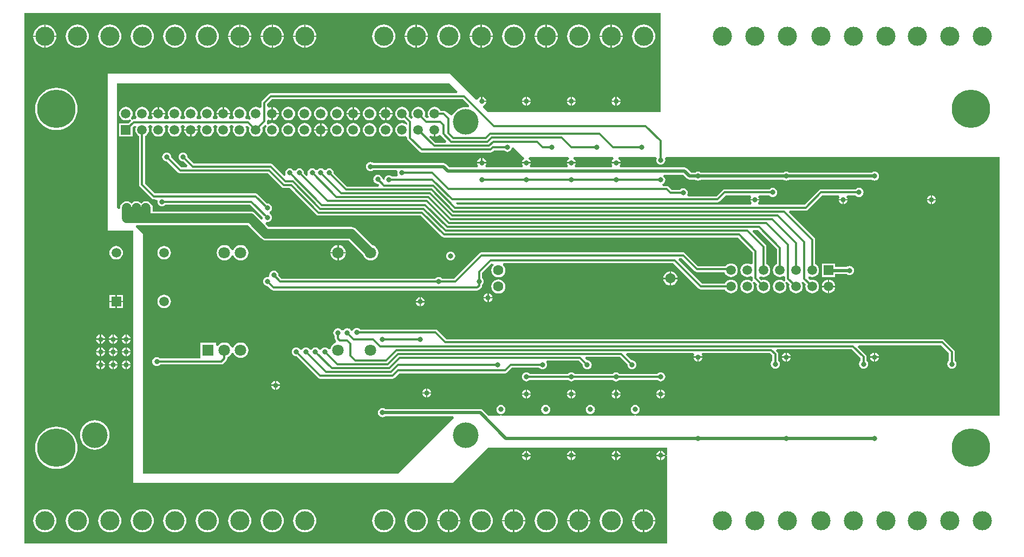
<source format=gbl>
%FSLAX44Y44*%
%MOMM*%
G71*
G01*
G75*
G04 Layer_Physical_Order=2*
G04 Layer_Color=16711680*
%ADD10R,1.3000X1.3000*%
%ADD11R,0.8500X1.0000*%
%ADD12R,0.8500X1.0000*%
%ADD13R,1.9998X1.3995*%
%ADD14R,1.9998X1.3995*%
%ADD15R,3.1000X2.3000*%
%ADD16R,1.6000X1.8000*%
%ADD17R,1.3000X1.3000*%
%ADD18R,1.8000X0.4995*%
%ADD19R,1.2700X1.2700*%
%ADD20R,1.2700X1.2700*%
%ADD21R,0.3000X1.0000*%
%ADD22R,1.5000X1.5000*%
%ADD23R,0.8000X2.0000*%
%ADD24R,1.3995X1.9998*%
%ADD25R,1.3995X1.9998*%
%ADD26C,0.3000*%
%ADD27C,0.4000*%
%ADD28C,0.5000*%
%ADD29C,0.2000*%
%ADD30C,1.5000*%
%ADD31C,3.0000*%
%ADD32R,1.5000X1.5000*%
%ADD33C,1.5000*%
%ADD34R,1.8000X1.8000*%
%ADD35C,1.8000*%
%ADD36C,1.6000*%
%ADD37C,6.0000*%
%ADD38C,4.0000*%
%ADD39C,0.8000*%
G36*
X687640Y717360D02*
X686492Y714588D01*
X395000D01*
X393244Y714239D01*
X391756Y713244D01*
X381756Y703244D01*
X380761Y701756D01*
X380412Y700000D01*
X380412Y700000D01*
X380412D01*
X380412Y700000D01*
X380412D01*
Y692795D01*
X377721Y691468D01*
X377195Y691872D01*
X374641Y692930D01*
X371900Y693291D01*
X369159Y692930D01*
X366605Y691872D01*
X364411Y690189D01*
X362728Y687995D01*
X361670Y685441D01*
X361309Y682700D01*
X361670Y679959D01*
X362728Y677405D01*
X364234Y675443D01*
X362183Y673253D01*
X361456Y673739D01*
X359700Y674088D01*
X356518D01*
X355191Y676779D01*
X355672Y677405D01*
X356730Y679959D01*
X357091Y682700D01*
X356730Y685441D01*
X355672Y687995D01*
X353989Y690189D01*
X351795Y691872D01*
X349241Y692930D01*
X346500Y693291D01*
X343759Y692930D01*
X341205Y691872D01*
X339011Y690189D01*
X337328Y687995D01*
X336270Y685441D01*
X335909Y682700D01*
X336270Y679959D01*
X337328Y677405D01*
X337809Y676779D01*
X336482Y674088D01*
X331118D01*
X329791Y676779D01*
X330272Y677405D01*
X331330Y679959D01*
X331559Y681700D01*
X310641D01*
X310870Y679959D01*
X311928Y677405D01*
X312409Y676779D01*
X311082Y674088D01*
X305718D01*
X304391Y676779D01*
X304872Y677405D01*
X305930Y679959D01*
X306291Y682700D01*
X305930Y685441D01*
X304872Y687995D01*
X303189Y690189D01*
X300995Y691872D01*
X298441Y692930D01*
X295700Y693291D01*
X292959Y692930D01*
X290405Y691872D01*
X288211Y690189D01*
X286528Y687995D01*
X285470Y685441D01*
X285109Y682700D01*
X285470Y679959D01*
X286528Y677405D01*
X287009Y676779D01*
X285682Y674088D01*
X280318D01*
X278991Y676779D01*
X279472Y677405D01*
X280530Y679959D01*
X280891Y682700D01*
X280530Y685441D01*
X279472Y687995D01*
X277789Y690189D01*
X275595Y691872D01*
X273041Y692930D01*
X270300Y693291D01*
X267559Y692930D01*
X265005Y691872D01*
X262811Y690189D01*
X261128Y687995D01*
X260070Y685441D01*
X259709Y682700D01*
X260070Y679959D01*
X261128Y677405D01*
X261609Y676779D01*
X260282Y674088D01*
X254918D01*
X253591Y676779D01*
X254072Y677405D01*
X255130Y679959D01*
X255491Y682700D01*
X255130Y685441D01*
X254072Y687995D01*
X252389Y690189D01*
X250195Y691872D01*
X247641Y692930D01*
X244900Y693291D01*
X242159Y692930D01*
X239605Y691872D01*
X237411Y690189D01*
X235728Y687995D01*
X234670Y685441D01*
X234309Y682700D01*
X234670Y679959D01*
X235728Y677405D01*
X236209Y676779D01*
X234882Y674088D01*
X229518D01*
X228191Y676779D01*
X228672Y677405D01*
X229730Y679959D01*
X229959Y681700D01*
X209041D01*
X209270Y679959D01*
X210328Y677405D01*
X210809Y676779D01*
X209482Y674088D01*
X204118D01*
X202791Y676779D01*
X203272Y677405D01*
X204330Y679959D01*
X204691Y682700D01*
X204330Y685441D01*
X203272Y687995D01*
X201589Y690189D01*
X199395Y691872D01*
X196841Y692930D01*
X194100Y693291D01*
X191359Y692930D01*
X188805Y691872D01*
X186611Y690189D01*
X184928Y687995D01*
X183870Y685441D01*
X183509Y682700D01*
X183870Y679959D01*
X184928Y677405D01*
X185409Y676779D01*
X184082Y674088D01*
X180900D01*
X179144Y673739D01*
X178417Y673253D01*
X178384Y673288D01*
Y673288D01*
X176366Y675443D01*
X177872Y677405D01*
X178930Y679959D01*
X179291Y682700D01*
X178930Y685441D01*
X177872Y687995D01*
X176189Y690189D01*
X173995Y691872D01*
X171441Y692930D01*
X168700Y693291D01*
X165959Y692930D01*
X163405Y691872D01*
X161211Y690189D01*
X159528Y687995D01*
X158470Y685441D01*
X158109Y682700D01*
X158470Y679959D01*
X159528Y677405D01*
X161211Y675211D01*
X163405Y673528D01*
X165959Y672470D01*
X168700Y672109D01*
X171441Y672470D01*
X173995Y673528D01*
X174901Y674223D01*
X174934Y674186D01*
X174934D01*
X176879Y671968D01*
X172711Y667800D01*
X158200D01*
Y646800D01*
X179200D01*
Y661311D01*
X181361Y663472D01*
X184346Y663178D01*
X184855Y662417D01*
X183870Y660041D01*
X183509Y657300D01*
X183870Y654559D01*
X184928Y652005D01*
X186611Y649811D01*
X188805Y648128D01*
X189512Y647835D01*
Y571400D01*
X189512Y571400D01*
X189512D01*
X189861Y569644D01*
X190856Y568156D01*
X208756Y550256D01*
X210244Y549261D01*
X212000Y548912D01*
X213148D01*
X217909Y546940D01*
X218158Y546656D01*
X217940Y545000D01*
X218180Y543173D01*
X218885Y541470D01*
X220008Y540008D01*
X221470Y538885D01*
X223173Y538180D01*
X225000Y537940D01*
X226827Y538180D01*
X228530Y538885D01*
X229993Y540008D01*
X230303Y540412D01*
X363100D01*
X382688Y520823D01*
X382200Y517863D01*
X382246Y517886D01*
X380975Y517259D01*
X380440Y517038D01*
X370989Y526489D01*
X368795Y528172D01*
X366241Y529230D01*
X363500Y529591D01*
X363500Y529591D01*
X210591D01*
Y535000D01*
X210230Y537741D01*
X209172Y540295D01*
X207489Y542489D01*
X205295Y544172D01*
X202741Y545230D01*
X200000Y545591D01*
X197259Y545230D01*
X194705Y544172D01*
X192511Y542489D01*
X192489D01*
X190295Y544172D01*
X187741Y545230D01*
X185000Y545591D01*
X182259Y545230D01*
X179705Y544172D01*
X177511Y542489D01*
X177489D01*
X175295Y544172D01*
X172741Y545230D01*
X170000Y545591D01*
X167259Y545230D01*
X164705Y544172D01*
X162511Y542489D01*
X160828Y540295D01*
X159770Y537741D01*
X159409Y535000D01*
Y534510D01*
X157494Y533717D01*
X155000Y535384D01*
Y730000D01*
X675000D01*
X687640Y717360D01*
D02*
G37*
G36*
X1005000Y685000D02*
X735000D01*
X727317Y692683D01*
X727902Y695625D01*
X728530Y695885D01*
X729993Y697008D01*
X731115Y698470D01*
X731820Y700173D01*
X731929Y701000D01*
X725000D01*
Y702000D01*
X724000D01*
Y708929D01*
X723173Y708820D01*
X721470Y708114D01*
X720008Y706992D01*
X718886Y705530D01*
X718625Y704902D01*
X715683Y704317D01*
X675000Y745000D01*
X140000D01*
Y500000D01*
X180000D01*
Y280000D01*
Y105000D01*
X680000D01*
X735000Y160000D01*
Y160000D01*
X1015000D01*
Y148606D01*
X1012937Y148471D01*
Y147529D01*
X1013792Y147473D01*
X1015000Y147394D01*
Y10000D01*
X10000D01*
Y280000D01*
Y840000D01*
X1005000D01*
Y685000D01*
D02*
G37*
G36*
X652300Y646841D02*
X654041Y647070D01*
X656595Y648128D01*
X658101Y649284D01*
X661061Y648795D01*
X661756Y647756D01*
X669651Y639860D01*
X668503Y637088D01*
X652600D01*
X643121Y646568D01*
X645099Y648823D01*
X646005Y648128D01*
X648559Y647070D01*
X650300Y646841D01*
Y657300D01*
X652300D01*
Y646841D01*
D02*
G37*
G36*
X705401Y695610D02*
X704839Y693757D01*
X704332Y692685D01*
X700000Y693111D01*
X695491Y692667D01*
X691156Y691352D01*
X687160Y689216D01*
X683658Y686342D01*
X680784Y682840D01*
X679715Y680840D01*
X676796Y680145D01*
X668544Y685944D01*
X668544Y685944D01*
Y685944D01*
X667056Y686939D01*
X665300Y687288D01*
X660765D01*
X660472Y687995D01*
X658789Y690189D01*
X656595Y691872D01*
X654041Y692930D01*
X651300Y693291D01*
X648559Y692930D01*
X646005Y691872D01*
X643811Y690189D01*
X642128Y687995D01*
X641070Y685441D01*
X640709Y682700D01*
X641070Y679959D01*
X642128Y677405D01*
X642225Y677279D01*
X641906Y676631D01*
X638946Y676143D01*
X635837Y679252D01*
X636130Y679959D01*
X636491Y682700D01*
X636130Y685441D01*
X635072Y687995D01*
X633389Y690189D01*
X631195Y691872D01*
X628641Y692930D01*
X625900Y693291D01*
X623159Y692930D01*
X620605Y691872D01*
X618411Y690189D01*
X616728Y687995D01*
X615670Y685441D01*
X615309Y682700D01*
X615670Y679959D01*
X616728Y677405D01*
X617424Y676499D01*
X615168Y674521D01*
X610437Y679252D01*
X610730Y679959D01*
X611091Y682700D01*
X610730Y685441D01*
X609672Y687995D01*
X607989Y690189D01*
X605795Y691872D01*
X603241Y692930D01*
X600500Y693291D01*
X597759Y692930D01*
X595205Y691872D01*
X593011Y690189D01*
X591328Y687995D01*
X590270Y685441D01*
X589909Y682700D01*
X590270Y679959D01*
X591328Y677405D01*
X593011Y675211D01*
X595205Y673528D01*
X597759Y672470D01*
X600500Y672109D01*
X603241Y672470D01*
X603948Y672763D01*
X608412Y668299D01*
Y664932D01*
X605795Y666472D01*
X605795Y666472D01*
Y666472D01*
X605795Y666472D01*
X605795Y666472D01*
D01*
X603241Y667530D01*
X600500Y667891D01*
X597759Y667530D01*
X595205Y666472D01*
X593011Y664789D01*
X591328Y662595D01*
X590270Y660041D01*
X589909Y657300D01*
X590270Y654559D01*
X591328Y652005D01*
X593011Y649811D01*
X595205Y648128D01*
X597759Y647070D01*
X600500Y646709D01*
X603241Y647070D01*
X605795Y648128D01*
X608412Y644718D01*
Y644500D01*
X608412Y644500D01*
X608412D01*
X608761Y642744D01*
X609756Y641256D01*
X627756Y623256D01*
X627756D01*
X627756Y623256D01*
X627756D01*
X627756Y623256D01*
Y623256D01*
X627756Y623256D01*
Y623256D01*
X629244Y622261D01*
X631000Y621912D01*
X738985D01*
X740741Y622261D01*
X742230Y623256D01*
X744386Y625412D01*
X759697D01*
X760007Y625008D01*
X761470Y623885D01*
X763173Y623180D01*
X765000Y622940D01*
X766827Y623180D01*
X768530Y623885D01*
X769992Y625008D01*
X771115Y626470D01*
X771820Y628173D01*
X771960Y629235D01*
X774800Y630200D01*
X790000Y615000D01*
X790275D01*
X791470Y612114D01*
X790008Y610992D01*
X788885Y609530D01*
X788180Y607827D01*
X788071Y607000D01*
X801929D01*
X801820Y607827D01*
X801115Y609530D01*
X799993Y610992D01*
X798530Y612114D01*
X799725Y615000D01*
X860275D01*
X861470Y612114D01*
X860008Y610992D01*
X858886Y609530D01*
X858180Y607827D01*
X858071Y607000D01*
X871929D01*
X871820Y607827D01*
X871115Y609530D01*
X869993Y610992D01*
X868530Y612114D01*
X869725Y615000D01*
X930275D01*
X931470Y612114D01*
X930008Y610992D01*
X928885Y609530D01*
X928180Y607827D01*
X928071Y607000D01*
X941929D01*
X941820Y607827D01*
X941115Y609530D01*
X939993Y610992D01*
X938530Y612114D01*
X939725Y615000D01*
X996794D01*
X998461Y612506D01*
X998180Y611827D01*
X997940Y610000D01*
X998180Y608173D01*
X998885Y606470D01*
X1000008Y605008D01*
X1001470Y603885D01*
X1003173Y603180D01*
X1005000Y602940D01*
X1006827Y603180D01*
X1008530Y603885D01*
X1009992Y605008D01*
X1011115Y606470D01*
X1011820Y608173D01*
X1012060Y610000D01*
X1011820Y611827D01*
X1011539Y612506D01*
X1013206Y615000D01*
X1535000D01*
Y210000D01*
X965606D01*
X965410Y212994D01*
X965410Y212994D01*
Y212994D01*
X966827Y213180D01*
X968530Y213885D01*
X969992Y215007D01*
X971115Y216470D01*
X971820Y218173D01*
X972060Y220000D01*
X971820Y221827D01*
X971115Y223530D01*
X969992Y224992D01*
X968530Y226114D01*
X966827Y226820D01*
X965000Y227060D01*
X963173Y226820D01*
X961470Y226114D01*
X960008Y224992D01*
X958885Y223530D01*
X958180Y221827D01*
X957940Y220000D01*
X958180Y218173D01*
X958885Y216470D01*
X960008Y215007D01*
X961470Y213885D01*
X963173Y213180D01*
X964590Y212994D01*
X964419Y210387D01*
X964394Y210000D01*
X895606D01*
X895410Y212994D01*
X895410Y212994D01*
Y212994D01*
X896827Y213180D01*
X898530Y213885D01*
X899993Y215007D01*
X901115Y216470D01*
X901820Y218173D01*
X902060Y220000D01*
X901820Y221827D01*
X901115Y223530D01*
X899993Y224992D01*
X898530Y226114D01*
X896827Y226820D01*
X895000Y227060D01*
X893173Y226820D01*
X891470Y226114D01*
X890008Y224992D01*
X888885Y223530D01*
X888180Y221827D01*
X887940Y220000D01*
X888180Y218173D01*
X888885Y216470D01*
X890008Y215007D01*
X891470Y213885D01*
X893173Y213180D01*
X894590Y212994D01*
X894419Y210387D01*
X894394Y210000D01*
X825606D01*
X825410Y212994D01*
X825410Y212994D01*
Y212994D01*
X826827Y213180D01*
X828530Y213885D01*
X829992Y215007D01*
X831115Y216470D01*
X831820Y218173D01*
X832060Y220000D01*
X831820Y221827D01*
X831115Y223530D01*
X829992Y224992D01*
X828530Y226114D01*
X826827Y226820D01*
X825000Y227060D01*
X823173Y226820D01*
X821470Y226114D01*
X820008Y224992D01*
X818885Y223530D01*
X818180Y221827D01*
X817940Y220000D01*
X818180Y218173D01*
X818885Y216470D01*
X820008Y215007D01*
X821470Y213885D01*
X823173Y213180D01*
X824590Y212994D01*
X824419Y210387D01*
X824394Y210000D01*
X755606D01*
X755410Y212994D01*
X755410Y212994D01*
Y212994D01*
X756827Y213180D01*
X758530Y213885D01*
X759993Y215007D01*
X761115Y216470D01*
X761820Y218173D01*
X762060Y220000D01*
X761820Y221827D01*
X761115Y223530D01*
X759993Y224992D01*
X758530Y226114D01*
X756827Y226820D01*
X755000Y227060D01*
X753173Y226820D01*
X751470Y226114D01*
X750008Y224992D01*
X748885Y223530D01*
X748180Y221827D01*
X747940Y220000D01*
X748180Y218173D01*
X748885Y216470D01*
X750008Y215007D01*
X751470Y213885D01*
X753173Y213180D01*
X754590Y212994D01*
X754419Y210387D01*
X754394Y210000D01*
X735930D01*
X726965Y218965D01*
X725146Y220181D01*
X723000Y220608D01*
X574191D01*
X573530Y221115D01*
X571827Y221820D01*
X570000Y222060D01*
X568173Y221820D01*
X566470Y221115D01*
X565008Y219992D01*
X563885Y218530D01*
X563180Y216827D01*
X562940Y215000D01*
X563180Y213173D01*
X563885Y211470D01*
X565008Y210008D01*
X566470Y208885D01*
X568173Y208180D01*
X570000Y207940D01*
X571827Y208180D01*
X573530Y208885D01*
X574191Y209392D01*
X680473D01*
X681621Y206621D01*
X595000Y120000D01*
X195000D01*
Y495000D01*
X184362Y505638D01*
X185510Y508409D01*
X359113D01*
X380011Y487511D01*
X382205Y485828D01*
X384759Y484770D01*
X387500Y484409D01*
X387500Y484409D01*
X517113D01*
X539717Y461805D01*
X540818Y459148D01*
X542742Y456642D01*
X545248Y454718D01*
X548167Y453509D01*
X551300Y453097D01*
X554433Y453509D01*
X557352Y454718D01*
X559859Y456642D01*
X561782Y459148D01*
X562991Y462067D01*
X563404Y465200D01*
X562991Y468333D01*
X561782Y471252D01*
X559859Y473759D01*
X557352Y475682D01*
X554695Y476782D01*
X528989Y502489D01*
X526795Y504172D01*
X524241Y505230D01*
X521500Y505591D01*
X521500Y505591D01*
X391887D01*
X387038Y510440D01*
X387259Y510975D01*
X388336Y513159D01*
X390000Y512940D01*
X391827Y513180D01*
X393530Y513885D01*
X394992Y515008D01*
X396115Y516470D01*
X396820Y518173D01*
X397060Y520000D01*
X396820Y521827D01*
X396115Y523530D01*
X394992Y524992D01*
X393679Y526000D01*
Y529000D01*
X394992Y530008D01*
X396115Y531470D01*
X396820Y533173D01*
X397060Y535000D01*
X396820Y536827D01*
X396115Y538530D01*
X394992Y539992D01*
X393530Y541115D01*
X391827Y541820D01*
X390000Y542060D01*
X389495Y541994D01*
X374744Y556744D01*
X373256Y557739D01*
X371500Y558088D01*
X213901D01*
X198688Y573301D01*
Y647835D01*
X199395Y648128D01*
X201589Y649811D01*
X203272Y652005D01*
X204330Y654559D01*
X204691Y657300D01*
X204330Y660041D01*
X203345Y662417D01*
X203667Y662898D01*
X206291Y664912D01*
X207309D01*
X209933Y662898D01*
X210255Y662417D01*
X209270Y660041D01*
X208909Y657300D01*
X209270Y654559D01*
X210328Y652005D01*
X212011Y649811D01*
X214205Y648128D01*
X216759Y647070D01*
X219500Y646709D01*
X222241Y647070D01*
X224795Y648128D01*
X226989Y649811D01*
X228672Y652005D01*
X229730Y654559D01*
X230091Y657300D01*
X229730Y660041D01*
X228745Y662417D01*
X229067Y662898D01*
X231691Y664912D01*
X232709D01*
X235333Y662898D01*
X235655Y662417D01*
X234670Y660041D01*
X234309Y657300D01*
X234670Y654559D01*
X235728Y652005D01*
X237411Y649811D01*
X239605Y648128D01*
X242159Y647070D01*
X244900Y646709D01*
X247641Y647070D01*
X250195Y648128D01*
X252389Y649811D01*
X254072Y652005D01*
X255130Y654559D01*
X255491Y657300D01*
X255130Y660041D01*
X254145Y662417D01*
X254467Y662898D01*
X257091Y664912D01*
X258109D01*
X260733Y662898D01*
X261055Y662417D01*
X260070Y660041D01*
X259841Y658300D01*
X280759D01*
X280530Y660041D01*
X279545Y662417D01*
X279867Y662898D01*
X282491Y664912D01*
X283509D01*
X286133Y662898D01*
X286455Y662417D01*
X285470Y660041D01*
X285109Y657300D01*
X285470Y654559D01*
X286528Y652005D01*
X288211Y649811D01*
X290405Y648128D01*
X292959Y647070D01*
X295700Y646709D01*
X298441Y647070D01*
X300995Y648128D01*
X303189Y649811D01*
X304872Y652005D01*
X305930Y654559D01*
X306291Y657300D01*
X305930Y660041D01*
X304945Y662417D01*
X305267Y662898D01*
X307891Y664912D01*
X308909D01*
X311533Y662898D01*
X311855Y662417D01*
X310870Y660041D01*
X310509Y657300D01*
X310870Y654559D01*
X311928Y652005D01*
X313611Y649811D01*
X315805Y648128D01*
X318359Y647070D01*
X321100Y646709D01*
X323841Y647070D01*
X326395Y648128D01*
X328589Y649811D01*
X330272Y652005D01*
X331330Y654559D01*
X331691Y657300D01*
X331330Y660041D01*
X330345Y662417D01*
X330667Y662898D01*
X333291Y664912D01*
X334309D01*
X336933Y662898D01*
X337255Y662417D01*
X336270Y660041D01*
X335909Y657300D01*
X336270Y654559D01*
X337328Y652005D01*
X339011Y649811D01*
X341205Y648128D01*
X343759Y647070D01*
X346500Y646709D01*
X349241Y647070D01*
X351795Y648128D01*
X353989Y649811D01*
X355672Y652005D01*
X356730Y654559D01*
X357091Y657300D01*
X356730Y660041D01*
X355745Y662417D01*
X356254Y663178D01*
X359239Y663472D01*
X361963Y660748D01*
X361670Y660041D01*
X361309Y657300D01*
X361670Y654559D01*
X362728Y652005D01*
X364411Y649811D01*
X366605Y648128D01*
X369159Y647070D01*
X371900Y646709D01*
X374641Y647070D01*
X377195Y648128D01*
X379389Y649811D01*
X381072Y652005D01*
X382130Y654559D01*
X382491Y657300D01*
X382130Y660041D01*
X381837Y660748D01*
X386568Y665479D01*
X386577Y665471D01*
Y665471D01*
X388824Y663501D01*
X388128Y662595D01*
X387070Y660041D01*
X386709Y657300D01*
X387070Y654559D01*
X388128Y652005D01*
X389811Y649811D01*
X392005Y648128D01*
X394559Y647070D01*
X397300Y646709D01*
X400041Y647070D01*
X402595Y648128D01*
X404789Y649811D01*
X406472Y652005D01*
X407530Y654559D01*
X407891Y657300D01*
X407530Y660041D01*
X406472Y662595D01*
X404789Y664789D01*
X402595Y666472D01*
X400041Y667530D01*
X397300Y667891D01*
X394559Y667530D01*
X392005Y666472D01*
X390655Y665436D01*
X390645Y665446D01*
X390645Y665446D01*
X388466Y667487D01*
X389239Y668644D01*
X389588Y670400D01*
Y671829D01*
X392083Y673496D01*
X394559Y672470D01*
X396300Y672241D01*
Y682700D01*
Y693159D01*
X394559Y692930D01*
X392083Y691904D01*
X391872Y692045D01*
X389588Y695021D01*
Y698100D01*
X396900Y705412D01*
X695600D01*
X705401Y695610D01*
D02*
G37*
%LPC*%
G36*
X130000Y296929D02*
Y291000D01*
X135929D01*
X135820Y291827D01*
X135114Y293530D01*
X133992Y294993D01*
X132530Y296115D01*
X130827Y296820D01*
X130000Y296929D01*
D02*
G37*
G36*
X148000D02*
X147173Y296820D01*
X145470Y296115D01*
X144008Y294993D01*
X142886Y293530D01*
X142180Y291827D01*
X142071Y291000D01*
X148000D01*
Y296929D01*
D02*
G37*
G36*
X150000D02*
Y291000D01*
X155929D01*
X155820Y291827D01*
X155114Y293530D01*
X153993Y294993D01*
X152530Y296115D01*
X150827Y296820D01*
X150000Y296929D01*
D02*
G37*
G36*
X128000D02*
X127173Y296820D01*
X125470Y296115D01*
X124008Y294993D01*
X122886Y293530D01*
X122180Y291827D01*
X122071Y291000D01*
X128000D01*
Y296929D01*
D02*
G37*
G36*
X1345929Y301000D02*
X1340000D01*
Y295071D01*
X1340827Y295180D01*
X1342530Y295886D01*
X1343992Y297008D01*
X1345114Y298470D01*
X1345820Y300173D01*
X1345929Y301000D01*
D02*
G37*
G36*
X168000Y289000D02*
X162071D01*
X162180Y288173D01*
X162885Y286470D01*
X164007Y285008D01*
X165470Y283885D01*
X167173Y283180D01*
X168000Y283071D01*
Y289000D01*
D02*
G37*
G36*
X175929D02*
X170000D01*
Y283071D01*
X170827Y283180D01*
X172530Y283885D01*
X173992Y285008D01*
X175114Y286470D01*
X175820Y288173D01*
X175929Y289000D01*
D02*
G37*
G36*
X170000Y296929D02*
Y291000D01*
X175929D01*
X175820Y291827D01*
X175114Y293530D01*
X173992Y294993D01*
X172530Y296115D01*
X170827Y296820D01*
X170000Y296929D01*
D02*
G37*
G36*
X1062000Y301000D02*
X1056071D01*
X1056180Y300173D01*
X1056886Y298470D01*
X1058008Y297008D01*
X1059470Y295886D01*
X1061173Y295180D01*
X1062000Y295071D01*
Y301000D01*
D02*
G37*
G36*
X1069929D02*
X1064000D01*
Y295071D01*
X1064827Y295180D01*
X1066530Y295886D01*
X1067992Y297008D01*
X1069115Y298470D01*
X1069820Y300173D01*
X1069929Y301000D01*
D02*
G37*
G36*
X1200000D02*
X1194071D01*
X1194180Y300173D01*
X1194885Y298470D01*
X1196008Y297008D01*
X1197470Y295886D01*
X1199173Y295180D01*
X1200000Y295071D01*
Y301000D01*
D02*
G37*
G36*
X168000Y296929D02*
X167173Y296820D01*
X165470Y296115D01*
X164007Y294993D01*
X162885Y293530D01*
X162180Y291827D01*
X162071Y291000D01*
X168000D01*
Y296929D01*
D02*
G37*
G36*
X1338000Y301000D02*
X1332071D01*
X1332180Y300173D01*
X1332885Y298470D01*
X1334008Y297008D01*
X1335470Y295886D01*
X1337173Y295180D01*
X1338000Y295071D01*
Y301000D01*
D02*
G37*
G36*
X1207929D02*
X1202000D01*
Y295071D01*
X1202827Y295180D01*
X1204530Y295886D01*
X1205993Y297008D01*
X1207114Y298470D01*
X1207820Y300173D01*
X1207929Y301000D01*
D02*
G37*
G36*
X640000Y252929D02*
Y247000D01*
X645929D01*
X645820Y247827D01*
X645115Y249530D01*
X643992Y250992D01*
X642530Y252115D01*
X640827Y252820D01*
X640000Y252929D01*
D02*
G37*
G36*
X402000Y257000D02*
X396071D01*
X396180Y256173D01*
X396885Y254470D01*
X398008Y253008D01*
X399470Y251886D01*
X401173Y251180D01*
X402000Y251071D01*
Y257000D01*
D02*
G37*
G36*
X409929D02*
X404000D01*
Y251071D01*
X404827Y251180D01*
X406530Y251886D01*
X407992Y253008D01*
X409114Y254470D01*
X409820Y256173D01*
X409929Y257000D01*
D02*
G37*
G36*
X638000Y252929D02*
X637173Y252820D01*
X635470Y252115D01*
X634007Y250992D01*
X632886Y249530D01*
X632180Y247827D01*
X632071Y247000D01*
X638000D01*
Y252929D01*
D02*
G37*
G36*
X936000Y250929D02*
Y245000D01*
X941929D01*
X941820Y245827D01*
X941114Y247530D01*
X939992Y248992D01*
X938530Y250114D01*
X936827Y250820D01*
X936000Y250929D01*
D02*
G37*
G36*
X1004000D02*
X1003173Y250820D01*
X1001470Y250114D01*
X1000007Y248992D01*
X998885Y247530D01*
X998180Y245827D01*
X998071Y245000D01*
X1004000D01*
Y250929D01*
D02*
G37*
G36*
X1006000D02*
Y245000D01*
X1011929D01*
X1011820Y245827D01*
X1011114Y247530D01*
X1009992Y248992D01*
X1008530Y250114D01*
X1006827Y250820D01*
X1006000Y250929D01*
D02*
G37*
G36*
X135929Y289000D02*
X130000D01*
Y283071D01*
X130827Y283180D01*
X132530Y283885D01*
X133992Y285008D01*
X135114Y286470D01*
X135820Y288173D01*
X135929Y289000D01*
D02*
G37*
G36*
X148000D02*
X142071D01*
X142180Y288173D01*
X142886Y286470D01*
X144008Y285008D01*
X145470Y283885D01*
X147173Y283180D01*
X148000Y283071D01*
Y289000D01*
D02*
G37*
G36*
X155929D02*
X150000D01*
Y283071D01*
X150827Y283180D01*
X152530Y283885D01*
X153993Y285008D01*
X155114Y286470D01*
X155820Y288173D01*
X155929Y289000D01*
D02*
G37*
G36*
X128000D02*
X122071D01*
X122180Y288173D01*
X122886Y286470D01*
X124008Y285008D01*
X125470Y283885D01*
X127173Y283180D01*
X128000Y283071D01*
Y289000D01*
D02*
G37*
G36*
X402000Y264929D02*
X401173Y264820D01*
X399470Y264114D01*
X398008Y262992D01*
X396885Y261530D01*
X396180Y259827D01*
X396071Y259000D01*
X402000D01*
Y264929D01*
D02*
G37*
G36*
X404000D02*
Y259000D01*
X409929D01*
X409820Y259827D01*
X409114Y261530D01*
X407992Y262992D01*
X406530Y264114D01*
X404827Y264820D01*
X404000Y264929D01*
D02*
G37*
G36*
X1005000Y278060D02*
X1003173Y277820D01*
X1001470Y277114D01*
X1000007Y275992D01*
X999697Y275588D01*
X940303D01*
X939992Y275992D01*
X938530Y277114D01*
X936827Y277820D01*
X935000Y278060D01*
X933173Y277820D01*
X931470Y277114D01*
X930007Y275992D01*
X929697Y275588D01*
X870303D01*
X869992Y275992D01*
X868530Y277114D01*
X866827Y277820D01*
X865000Y278060D01*
X863173Y277820D01*
X861470Y277114D01*
X860007Y275992D01*
X859697Y275588D01*
X800303D01*
X799992Y275992D01*
X798530Y277114D01*
X796827Y277820D01*
X795000Y278060D01*
X793173Y277820D01*
X791470Y277114D01*
X790007Y275992D01*
X788885Y274530D01*
X788180Y272827D01*
X787940Y271000D01*
X788180Y269173D01*
X788885Y267470D01*
X790007Y266007D01*
X791470Y264886D01*
X793173Y264180D01*
X795000Y263940D01*
X796827Y264180D01*
X798530Y264886D01*
X799992Y266007D01*
X800303Y266412D01*
X859697D01*
X860007Y266007D01*
X861470Y264886D01*
X863173Y264180D01*
X865000Y263940D01*
X866827Y264180D01*
X868530Y264886D01*
X869992Y266007D01*
X870303Y266412D01*
X929697D01*
X930007Y266007D01*
X931470Y264886D01*
X933173Y264180D01*
X935000Y263940D01*
X936827Y264180D01*
X938530Y264886D01*
X939992Y266007D01*
X940303Y266412D01*
X999697D01*
X1000007Y266007D01*
X1001470Y264886D01*
X1003173Y264180D01*
X1005000Y263940D01*
X1006827Y264180D01*
X1008530Y264886D01*
X1009992Y266007D01*
X1011114Y267470D01*
X1011820Y269173D01*
X1012060Y271000D01*
X1011820Y272827D01*
X1011114Y274530D01*
X1009992Y275992D01*
X1008530Y277114D01*
X1006827Y277820D01*
X1005000Y278060D01*
D02*
G37*
G36*
X1200000Y308929D02*
X1199173Y308820D01*
X1197470Y308114D01*
X1196008Y306992D01*
X1194885Y305530D01*
X1194180Y303827D01*
X1194071Y303000D01*
X1200000D01*
Y308929D01*
D02*
G37*
G36*
X175929Y329000D02*
X170000D01*
Y323071D01*
X170827Y323180D01*
X172530Y323885D01*
X173992Y325008D01*
X175114Y326470D01*
X175820Y328173D01*
X175929Y329000D01*
D02*
G37*
G36*
X168000D02*
X162071D01*
X162180Y328173D01*
X162885Y326470D01*
X164007Y325008D01*
X165470Y323885D01*
X167173Y323180D01*
X168000Y323071D01*
Y329000D01*
D02*
G37*
G36*
X130000Y336929D02*
Y331000D01*
X135929D01*
X135820Y331827D01*
X135114Y333530D01*
X133992Y334992D01*
X132530Y336114D01*
X130827Y336820D01*
X130000Y336929D01*
D02*
G37*
G36*
X128000D02*
X127173Y336820D01*
X125470Y336114D01*
X124008Y334992D01*
X122886Y333530D01*
X122180Y331827D01*
X122071Y331000D01*
X128000D01*
Y336929D01*
D02*
G37*
G36*
X135929Y329000D02*
X130000D01*
Y323071D01*
X130827Y323180D01*
X132530Y323885D01*
X133992Y325008D01*
X135114Y326470D01*
X135820Y328173D01*
X135929Y329000D01*
D02*
G37*
G36*
X128000D02*
X122071D01*
X122180Y328173D01*
X122886Y326470D01*
X124008Y325008D01*
X125470Y323885D01*
X127173Y323180D01*
X128000Y323071D01*
Y329000D01*
D02*
G37*
G36*
X155929D02*
X150000D01*
Y323071D01*
X150827Y323180D01*
X152530Y323885D01*
X153993Y325008D01*
X155114Y326470D01*
X155820Y328173D01*
X155929Y329000D01*
D02*
G37*
G36*
X148000D02*
X142071D01*
X142180Y328173D01*
X142886Y326470D01*
X144008Y325008D01*
X145470Y323885D01*
X147173Y323180D01*
X148000Y323071D01*
Y329000D01*
D02*
G37*
G36*
X228500Y399491D02*
X225759Y399130D01*
X223205Y398072D01*
X221011Y396389D01*
X219328Y394195D01*
X218270Y391641D01*
X217909Y388900D01*
X218270Y386159D01*
X219328Y383605D01*
X221011Y381411D01*
X223205Y379728D01*
X225759Y378670D01*
X228500Y378309D01*
X231241Y378670D01*
X233795Y379728D01*
X235989Y381411D01*
X237672Y383605D01*
X238730Y386159D01*
X239091Y388900D01*
X238730Y391641D01*
X237672Y394195D01*
X235989Y396389D01*
X233795Y398072D01*
X231241Y399130D01*
X228500Y399491D01*
D02*
G37*
G36*
X530000Y347560D02*
X528173Y347320D01*
X526470Y346614D01*
X525008Y345493D01*
X523885Y344030D01*
X521115Y343530D01*
X521115D01*
X519992Y344992D01*
X518530Y346115D01*
X516827Y346820D01*
X515000Y347060D01*
X513173Y346820D01*
X511470Y346115D01*
X510008Y344992D01*
X509000Y343679D01*
X506000D01*
X504992Y344992D01*
X503530Y346115D01*
X501827Y346820D01*
X500000Y347060D01*
X498173Y346820D01*
X496470Y346115D01*
X495008Y344992D01*
X493885Y343530D01*
X493180Y341827D01*
X492940Y340000D01*
X493180Y338173D01*
X493885Y336470D01*
X495008Y335008D01*
X495412Y334697D01*
Y331000D01*
X495412Y331000D01*
X495412D01*
X495761Y329244D01*
X496756Y327756D01*
X497334Y327177D01*
X496749Y324235D01*
X494448Y323282D01*
X491941Y321358D01*
X490018Y318852D01*
X488809Y315933D01*
X488656Y314771D01*
X485758Y313995D01*
X484992Y314992D01*
X483530Y316115D01*
X481827Y316820D01*
X480000Y317060D01*
X478173Y316820D01*
X476470Y316115D01*
X475008Y314992D01*
X474000Y313679D01*
X471000D01*
X469992Y314992D01*
X468530Y316115D01*
X466827Y316820D01*
X465000Y317060D01*
X463173Y316820D01*
X461470Y316115D01*
X460008Y314992D01*
X459000Y313679D01*
X456000D01*
X454992Y314992D01*
X453530Y316115D01*
X451827Y316820D01*
X450000Y317060D01*
X448173Y316820D01*
X446470Y316115D01*
X445008Y314992D01*
X444000Y313679D01*
X441000D01*
X439992Y314992D01*
X438530Y316115D01*
X436827Y316820D01*
X435000Y317060D01*
X433173Y316820D01*
X431470Y316115D01*
X430008Y314992D01*
X428885Y313530D01*
X428180Y311827D01*
X427940Y310000D01*
X428180Y308173D01*
X428885Y306470D01*
X430008Y305007D01*
X431470Y303885D01*
X433173Y303180D01*
X435000Y302940D01*
X435505Y303006D01*
X469256Y269256D01*
X470744Y268261D01*
X472500Y267912D01*
X585441D01*
X587197Y268261D01*
X588685Y269256D01*
X595841Y276412D01*
X761500D01*
X763256Y276761D01*
X764744Y277756D01*
X772401Y285412D01*
X814697D01*
X815008Y285008D01*
X816470Y283885D01*
X818173Y283180D01*
X820000Y282940D01*
X821827Y283180D01*
X823530Y283885D01*
X824993Y285008D01*
X826115Y286470D01*
X826820Y288173D01*
X827060Y290000D01*
X826820Y291827D01*
X826115Y293530D01*
X825968Y293721D01*
X827295Y296412D01*
X877100D01*
X883006Y290505D01*
X882940Y290000D01*
X883180Y288173D01*
X883885Y286470D01*
X885008Y285008D01*
X886470Y283885D01*
X888173Y283180D01*
X890000Y282940D01*
X891827Y283180D01*
X893530Y283885D01*
X894992Y285008D01*
X896115Y286470D01*
X896820Y288173D01*
X897060Y290000D01*
X896820Y291827D01*
X896115Y293530D01*
X894992Y294993D01*
X893530Y296115D01*
X891827Y296820D01*
X890000Y297060D01*
X889495Y296994D01*
X886848Y299640D01*
X887997Y302412D01*
X941099D01*
X953006Y290505D01*
X952940Y290000D01*
X953180Y288173D01*
X953885Y286470D01*
X955008Y285008D01*
X956470Y283885D01*
X958173Y283180D01*
X960000Y282940D01*
X961827Y283180D01*
X963530Y283885D01*
X964993Y285008D01*
X966115Y286470D01*
X966820Y288173D01*
X967060Y290000D01*
X966820Y291827D01*
X966115Y293530D01*
X964993Y294993D01*
X963530Y296115D01*
X961827Y296820D01*
X960000Y297060D01*
X959495Y296994D01*
X950848Y305640D01*
X951997Y308412D01*
X1055705D01*
X1057032Y305721D01*
X1056886Y305530D01*
X1056180Y303827D01*
X1056071Y303000D01*
X1069929D01*
X1069820Y303827D01*
X1069115Y305530D01*
X1068968Y305721D01*
X1070295Y308412D01*
X1175600D01*
X1179412Y304599D01*
Y296303D01*
X1179008Y295992D01*
X1177886Y294530D01*
X1177180Y292827D01*
X1176940Y291000D01*
X1177180Y289173D01*
X1177886Y287470D01*
X1179008Y286008D01*
X1180470Y284886D01*
X1182173Y284180D01*
X1184000Y283940D01*
X1185827Y284180D01*
X1187530Y284886D01*
X1188992Y286008D01*
X1190115Y287470D01*
X1190820Y289173D01*
X1191060Y291000D01*
X1190820Y292827D01*
X1190115Y294530D01*
X1188992Y295992D01*
X1188588Y296303D01*
Y306500D01*
X1188588Y306500D01*
X1188588Y306500D01*
X1188239Y308256D01*
X1187903Y308758D01*
X1187903Y308759D01*
X1187244Y309744D01*
Y309744D01*
X1187244Y309744D01*
X1185349Y311640D01*
X1186497Y314412D01*
X1303600D01*
X1317412Y300599D01*
Y296303D01*
X1317008Y295992D01*
X1315886Y294530D01*
X1315180Y292827D01*
X1314940Y291000D01*
X1315180Y289173D01*
X1315886Y287470D01*
X1317008Y286008D01*
X1318470Y284886D01*
X1320173Y284180D01*
X1322000Y283940D01*
X1323827Y284180D01*
X1325530Y284886D01*
X1326992Y286008D01*
X1328114Y287470D01*
X1328820Y289173D01*
X1329060Y291000D01*
X1328820Y292827D01*
X1328114Y294530D01*
X1326992Y295992D01*
X1326588Y296303D01*
Y302500D01*
X1326239Y304256D01*
X1325244Y305744D01*
X1313348Y317640D01*
X1314496Y320412D01*
X1443100D01*
X1455412Y308099D01*
Y296303D01*
X1455008Y295992D01*
X1453885Y294530D01*
X1453180Y292827D01*
X1452940Y291000D01*
X1453180Y289173D01*
X1453885Y287470D01*
X1455008Y286008D01*
X1456470Y284886D01*
X1458173Y284180D01*
X1460000Y283940D01*
X1461827Y284180D01*
X1463530Y284886D01*
X1464992Y286008D01*
X1466115Y287470D01*
X1466820Y289173D01*
X1467060Y291000D01*
X1466820Y292827D01*
X1466115Y294530D01*
X1464992Y295992D01*
X1464588Y296303D01*
Y310000D01*
X1464588Y310000D01*
X1464588Y310000D01*
X1464239Y311756D01*
X1463903Y312258D01*
X1463903Y312258D01*
X1463244Y313244D01*
Y313244D01*
X1463244Y313244D01*
X1448244Y328244D01*
X1446756Y329239D01*
X1445000Y329588D01*
X669901D01*
X655744Y343744D01*
X654256Y344739D01*
X652500Y345088D01*
X535303D01*
X534992Y345493D01*
X533530Y346614D01*
X531827Y347320D01*
X530000Y347560D01*
D02*
G37*
G36*
X164000Y387900D02*
X154500D01*
Y378400D01*
X164000D01*
Y387900D01*
D02*
G37*
G36*
X152500D02*
X143000D01*
Y378400D01*
X152500D01*
Y387900D01*
D02*
G37*
G36*
X150000Y336929D02*
Y331000D01*
X155929D01*
X155820Y331827D01*
X155114Y333530D01*
X153993Y334992D01*
X152530Y336114D01*
X150827Y336820D01*
X150000Y336929D01*
D02*
G37*
G36*
X148000D02*
X147173Y336820D01*
X145470Y336114D01*
X144008Y334992D01*
X142886Y333530D01*
X142180Y331827D01*
X142071Y331000D01*
X148000D01*
Y336929D01*
D02*
G37*
G36*
X170000D02*
Y331000D01*
X175929D01*
X175820Y331827D01*
X175114Y333530D01*
X173992Y334992D01*
X172530Y336114D01*
X170827Y336820D01*
X170000Y336929D01*
D02*
G37*
G36*
X168000D02*
X167173Y336820D01*
X165470Y336114D01*
X164007Y334992D01*
X162885Y333530D01*
X162180Y331827D01*
X162071Y331000D01*
X168000D01*
Y336929D01*
D02*
G37*
G36*
X148000Y309000D02*
X142071D01*
X142180Y308173D01*
X142886Y306470D01*
X144008Y305007D01*
X145470Y303885D01*
X147173Y303180D01*
X148000Y303071D01*
Y309000D01*
D02*
G37*
G36*
X135929D02*
X130000D01*
Y303071D01*
X130827Y303180D01*
X132530Y303885D01*
X133992Y305007D01*
X135114Y306470D01*
X135820Y308173D01*
X135929Y309000D01*
D02*
G37*
G36*
X168000D02*
X162071D01*
X162180Y308173D01*
X162885Y306470D01*
X164007Y305007D01*
X165470Y303885D01*
X167173Y303180D01*
X168000Y303071D01*
Y309000D01*
D02*
G37*
G36*
X155929D02*
X150000D01*
Y303071D01*
X150827Y303180D01*
X152530Y303885D01*
X153993Y305007D01*
X155114Y306470D01*
X155820Y308173D01*
X155929Y309000D01*
D02*
G37*
G36*
X1338000Y308929D02*
X1337173Y308820D01*
X1335470Y308114D01*
X1334008Y306992D01*
X1332885Y305530D01*
X1332180Y303827D01*
X1332071Y303000D01*
X1338000D01*
Y308929D01*
D02*
G37*
G36*
X1202000D02*
Y303000D01*
X1207929D01*
X1207820Y303827D01*
X1207114Y305530D01*
X1205993Y306992D01*
X1204530Y308114D01*
X1202827Y308820D01*
X1202000Y308929D01*
D02*
G37*
G36*
X128000Y309000D02*
X122071D01*
X122180Y308173D01*
X122886Y306470D01*
X124008Y305007D01*
X125470Y303885D01*
X127173Y303180D01*
X128000Y303071D01*
Y309000D01*
D02*
G37*
G36*
X1340000Y308929D02*
Y303000D01*
X1345929D01*
X1345820Y303827D01*
X1345114Y305530D01*
X1343992Y306992D01*
X1342530Y308114D01*
X1340827Y308820D01*
X1340000Y308929D01*
D02*
G37*
G36*
X168000Y316929D02*
X167173Y316820D01*
X165470Y316115D01*
X164007Y314992D01*
X162885Y313530D01*
X162180Y311827D01*
X162071Y311000D01*
X168000D01*
Y316929D01*
D02*
G37*
G36*
X150000D02*
Y311000D01*
X155929D01*
X155820Y311827D01*
X155114Y313530D01*
X153993Y314992D01*
X152530Y316115D01*
X150827Y316820D01*
X150000Y316929D01*
D02*
G37*
G36*
X348100Y324903D02*
X344967Y324491D01*
X342048Y323282D01*
X339542Y321358D01*
X337618Y318852D01*
X336900Y317118D01*
X333900D01*
X333182Y318852D01*
X331259Y321358D01*
X328752Y323282D01*
X325833Y324491D01*
X322700Y324903D01*
X319567Y324491D01*
X316648Y323282D01*
X314142Y321358D01*
X312218Y318852D01*
X309300Y320061D01*
Y324800D01*
X285300D01*
Y301709D01*
X285300Y301709D01*
X285300D01*
X285300Y300800D01*
X284088Y299588D01*
X222303D01*
X221992Y299992D01*
X220530Y301115D01*
X218827Y301820D01*
X217000Y302060D01*
X215173Y301820D01*
X213470Y301115D01*
X212008Y299992D01*
X210886Y298530D01*
X210180Y296827D01*
X209940Y295000D01*
X210180Y293173D01*
X210886Y291470D01*
X212008Y290007D01*
X213470Y288885D01*
X215173Y288180D01*
X217000Y287940D01*
X218827Y288180D01*
X220530Y288885D01*
X221992Y290007D01*
X222303Y290412D01*
X318000D01*
X319756Y290761D01*
X321244Y291756D01*
X325944Y296456D01*
X326939Y297944D01*
X327288Y299700D01*
X327288Y299700D01*
Y299700D01*
Y299700D01*
X327288D01*
X327288D01*
Y301712D01*
D01*
X328752Y302318D01*
X331259Y304242D01*
X333182Y306748D01*
X333900Y308482D01*
X336900D01*
X337618Y306748D01*
X339542Y304242D01*
X342048Y302318D01*
X344967Y301109D01*
X348100Y300697D01*
X351233Y301109D01*
X354152Y302318D01*
X356659Y304242D01*
X358582Y306748D01*
X359791Y309667D01*
X360204Y312800D01*
X359791Y315933D01*
X358582Y318852D01*
X356659Y321358D01*
X354152Y323282D01*
X351233Y324491D01*
X348100Y324903D01*
D02*
G37*
G36*
X170000Y316929D02*
Y311000D01*
X175929D01*
X175820Y311827D01*
X175114Y313530D01*
X173992Y314992D01*
X172530Y316115D01*
X170827Y316820D01*
X170000Y316929D01*
D02*
G37*
G36*
X128000D02*
X127173Y316820D01*
X125470Y316115D01*
X124008Y314992D01*
X122886Y313530D01*
X122180Y311827D01*
X122071Y311000D01*
X128000D01*
Y316929D01*
D02*
G37*
G36*
X175929Y309000D02*
X170000D01*
Y303071D01*
X170827Y303180D01*
X172530Y303885D01*
X173992Y305007D01*
X175114Y306470D01*
X175820Y308173D01*
X175929Y309000D01*
D02*
G37*
G36*
X148000Y316929D02*
X147173Y316820D01*
X145470Y316115D01*
X144008Y314992D01*
X142886Y313530D01*
X142180Y311827D01*
X142071Y311000D01*
X148000D01*
Y316929D01*
D02*
G37*
G36*
X130000D02*
Y311000D01*
X135929D01*
X135820Y311827D01*
X135114Y313530D01*
X133992Y314992D01*
X132530Y316115D01*
X130827Y316820D01*
X130000Y316929D01*
D02*
G37*
G36*
X934000Y250929D02*
X933173Y250820D01*
X931470Y250114D01*
X930007Y248992D01*
X928885Y247530D01*
X928180Y245827D01*
X928071Y245000D01*
X934000D01*
Y250929D01*
D02*
G37*
G36*
X977200Y45000D02*
X960211D01*
X960461Y42471D01*
X961490Y39078D01*
X963161Y35951D01*
X965411Y33210D01*
X968151Y30961D01*
X971278Y29290D01*
X974671Y28261D01*
X977200Y28011D01*
Y45000D01*
D02*
G37*
G36*
X996189D02*
X979200D01*
Y28011D01*
X981729Y28261D01*
X985122Y29290D01*
X988249Y30961D01*
X990990Y33210D01*
X993239Y35951D01*
X994910Y39078D01*
X995939Y42471D01*
X996189Y45000D01*
D02*
G37*
G36*
X672400Y63989D02*
X669871Y63740D01*
X666478Y62710D01*
X663351Y61039D01*
X660611Y58790D01*
X658361Y56049D01*
X656690Y52922D01*
X655660Y49529D01*
X655411Y47000D01*
X672400D01*
Y63989D01*
D02*
G37*
G36*
X894589Y45000D02*
X877600D01*
Y28011D01*
X880129Y28261D01*
X883522Y29290D01*
X886649Y30961D01*
X889389Y33210D01*
X891639Y35951D01*
X893310Y39078D01*
X894340Y42471D01*
X894589Y45000D01*
D02*
G37*
G36*
X774000D02*
X757011D01*
X757261Y42471D01*
X758290Y39078D01*
X759961Y35951D01*
X762210Y33210D01*
X764951Y30961D01*
X768078Y29290D01*
X771471Y28261D01*
X774000Y28011D01*
Y45000D01*
D02*
G37*
G36*
X792989D02*
X776000D01*
Y28011D01*
X778529Y28261D01*
X781922Y29290D01*
X785049Y30961D01*
X787790Y33210D01*
X790039Y35951D01*
X791710Y39078D01*
X792739Y42471D01*
X792989Y45000D01*
D02*
G37*
G36*
X875600D02*
X858611D01*
X858860Y42471D01*
X859890Y39078D01*
X861561Y35951D01*
X863811Y33210D01*
X866551Y30961D01*
X869678Y29290D01*
X873071Y28261D01*
X875600Y28011D01*
Y45000D01*
D02*
G37*
G36*
X674400Y63989D02*
Y47000D01*
X691389D01*
X691140Y49529D01*
X690110Y52922D01*
X688439Y56049D01*
X686189Y58790D01*
X683449Y61039D01*
X680322Y62710D01*
X676929Y63740D01*
X674400Y63989D01*
D02*
G37*
G36*
X977200D02*
X974671Y63740D01*
X971278Y62710D01*
X968151Y61039D01*
X965411Y58790D01*
X963161Y56049D01*
X961490Y52922D01*
X960461Y49529D01*
X960211Y47000D01*
X977200D01*
Y63989D01*
D02*
G37*
G36*
X979200D02*
Y47000D01*
X996189D01*
X995939Y49529D01*
X994910Y52922D01*
X993239Y56049D01*
X990990Y58790D01*
X988249Y61039D01*
X985122Y62710D01*
X981729Y63740D01*
X979200Y63989D01*
D02*
G37*
G36*
X60000Y193102D02*
X54822Y192694D01*
X49771Y191482D01*
X44972Y189494D01*
X40543Y186780D01*
X36593Y183407D01*
X33220Y179457D01*
X30506Y175028D01*
X28518Y170229D01*
X27306Y165178D01*
X26898Y160000D01*
X27306Y154822D01*
X28518Y149771D01*
X30506Y144972D01*
X33220Y140543D01*
X36593Y136593D01*
X40543Y133220D01*
X44972Y130506D01*
X49771Y128518D01*
X54822Y127305D01*
X60000Y126898D01*
X65178Y127305D01*
X70229Y128518D01*
X75028Y130506D01*
X79457Y133220D01*
X83407Y136593D01*
X86780Y140543D01*
X89494Y144972D01*
X91482Y149771D01*
X92695Y154822D01*
X93102Y160000D01*
X92695Y165178D01*
X91482Y170229D01*
X89494Y175028D01*
X86780Y179457D01*
X83407Y183407D01*
X79457Y186780D01*
X75028Y189494D01*
X70229Y191482D01*
X65178Y192694D01*
X60000Y193102D01*
D02*
G37*
G36*
X877600Y63989D02*
Y47000D01*
X894589D01*
X894340Y49529D01*
X893310Y52922D01*
X891639Y56049D01*
X889389Y58790D01*
X886649Y61039D01*
X883522Y62710D01*
X880129Y63740D01*
X877600Y63989D01*
D02*
G37*
G36*
X774000D02*
X771471Y63740D01*
X768078Y62710D01*
X764951Y61039D01*
X762210Y58790D01*
X759961Y56049D01*
X758290Y52922D01*
X757261Y49529D01*
X757011Y47000D01*
X774000D01*
Y63989D01*
D02*
G37*
G36*
X776000D02*
Y47000D01*
X792989D01*
X792739Y49529D01*
X791710Y52922D01*
X790039Y56049D01*
X787790Y58790D01*
X785049Y61039D01*
X781922Y62710D01*
X778529Y63740D01*
X776000Y63989D01*
D02*
G37*
G36*
X875600D02*
X873071Y63740D01*
X869678Y62710D01*
X866551Y61039D01*
X863811Y58790D01*
X861561Y56049D01*
X859890Y52922D01*
X858860Y49529D01*
X858611Y47000D01*
X875600D01*
Y63989D01*
D02*
G37*
G36*
X691389Y45000D02*
X674400D01*
Y28011D01*
X676929Y28261D01*
X680322Y29290D01*
X683449Y30961D01*
X686189Y33210D01*
X688439Y35951D01*
X690110Y39078D01*
X691140Y42471D01*
X691389Y45000D01*
D02*
G37*
G36*
X245100Y64087D02*
X241571Y63740D01*
X238178Y62710D01*
X235051Y61039D01*
X232311Y58790D01*
X230061Y56049D01*
X228390Y52922D01*
X227360Y49529D01*
X227013Y46000D01*
X227360Y42471D01*
X228390Y39078D01*
X230061Y35951D01*
X232311Y33210D01*
X235051Y30961D01*
X238178Y29290D01*
X241571Y28261D01*
X245100Y27913D01*
X248629Y28261D01*
X252022Y29290D01*
X255149Y30961D01*
X257889Y33210D01*
X260139Y35951D01*
X261810Y39078D01*
X262840Y42471D01*
X263187Y46000D01*
X262840Y49529D01*
X261810Y52922D01*
X260139Y56049D01*
X257889Y58790D01*
X255149Y61039D01*
X252022Y62710D01*
X248629Y63740D01*
X245100Y64087D01*
D02*
G37*
G36*
X295900D02*
X292371Y63740D01*
X288978Y62710D01*
X285851Y61039D01*
X283111Y58790D01*
X280861Y56049D01*
X279190Y52922D01*
X278160Y49529D01*
X277813Y46000D01*
X278160Y42471D01*
X279190Y39078D01*
X280861Y35951D01*
X283111Y33210D01*
X285851Y30961D01*
X288978Y29290D01*
X292371Y28261D01*
X295900Y27913D01*
X299429Y28261D01*
X302822Y29290D01*
X305949Y30961D01*
X308689Y33210D01*
X310939Y35951D01*
X312610Y39078D01*
X313640Y42471D01*
X313987Y46000D01*
X313640Y49529D01*
X312610Y52922D01*
X310939Y56049D01*
X308689Y58790D01*
X305949Y61039D01*
X302822Y62710D01*
X299429Y63740D01*
X295900Y64087D01*
D02*
G37*
G36*
X346700D02*
X343171Y63740D01*
X339778Y62710D01*
X336651Y61039D01*
X333910Y58790D01*
X331661Y56049D01*
X329990Y52922D01*
X328960Y49529D01*
X328613Y46000D01*
X328960Y42471D01*
X329990Y39078D01*
X331661Y35951D01*
X333910Y33210D01*
X336651Y30961D01*
X339778Y29290D01*
X343171Y28261D01*
X346700Y27913D01*
X350229Y28261D01*
X353622Y29290D01*
X356749Y30961D01*
X359490Y33210D01*
X361739Y35951D01*
X363410Y39078D01*
X364440Y42471D01*
X364787Y46000D01*
X364440Y49529D01*
X363410Y52922D01*
X361739Y56049D01*
X359490Y58790D01*
X356749Y61039D01*
X353622Y62710D01*
X350229Y63740D01*
X346700Y64087D01*
D02*
G37*
G36*
X194300D02*
X190771Y63740D01*
X187378Y62710D01*
X184251Y61039D01*
X181511Y58790D01*
X179261Y56049D01*
X177590Y52922D01*
X176560Y49529D01*
X176213Y46000D01*
X176560Y42471D01*
X177590Y39078D01*
X179261Y35951D01*
X181511Y33210D01*
X184251Y30961D01*
X187378Y29290D01*
X190771Y28261D01*
X194300Y27913D01*
X197829Y28261D01*
X201222Y29290D01*
X204349Y30961D01*
X207090Y33210D01*
X209339Y35951D01*
X211010Y39078D01*
X212040Y42471D01*
X212387Y46000D01*
X212040Y49529D01*
X211010Y52922D01*
X209339Y56049D01*
X207090Y58790D01*
X204349Y61039D01*
X201222Y62710D01*
X197829Y63740D01*
X194300Y64087D01*
D02*
G37*
G36*
X41900D02*
X38371Y63740D01*
X34978Y62710D01*
X31851Y61039D01*
X29111Y58790D01*
X26861Y56049D01*
X25190Y52922D01*
X24160Y49529D01*
X23813Y46000D01*
X24160Y42471D01*
X25190Y39078D01*
X26861Y35951D01*
X29111Y33210D01*
X31851Y30961D01*
X34978Y29290D01*
X38371Y28261D01*
X41900Y27913D01*
X45429Y28261D01*
X48822Y29290D01*
X51949Y30961D01*
X54689Y33210D01*
X56939Y35951D01*
X58610Y39078D01*
X59640Y42471D01*
X59987Y46000D01*
X59640Y49529D01*
X58610Y52922D01*
X56939Y56049D01*
X54689Y58790D01*
X51949Y61039D01*
X48822Y62710D01*
X45429Y63740D01*
X41900Y64087D01*
D02*
G37*
G36*
X92700D02*
X89171Y63740D01*
X85778Y62710D01*
X82651Y61039D01*
X79910Y58790D01*
X77661Y56049D01*
X75990Y52922D01*
X74960Y49529D01*
X74613Y46000D01*
X74960Y42471D01*
X75990Y39078D01*
X77661Y35951D01*
X79910Y33210D01*
X82651Y30961D01*
X85778Y29290D01*
X89171Y28261D01*
X92700Y27913D01*
X96229Y28261D01*
X99622Y29290D01*
X102749Y30961D01*
X105490Y33210D01*
X107739Y35951D01*
X109410Y39078D01*
X110440Y42471D01*
X110787Y46000D01*
X110440Y49529D01*
X109410Y52922D01*
X107739Y56049D01*
X105490Y58790D01*
X102749Y61039D01*
X99622Y62710D01*
X96229Y63740D01*
X92700Y64087D01*
D02*
G37*
G36*
X143500D02*
X139971Y63740D01*
X136578Y62710D01*
X133451Y61039D01*
X130710Y58790D01*
X128461Y56049D01*
X126790Y52922D01*
X125760Y49529D01*
X125413Y46000D01*
X125760Y42471D01*
X126790Y39078D01*
X128461Y35951D01*
X130710Y33210D01*
X133451Y30961D01*
X136578Y29290D01*
X139971Y28261D01*
X143500Y27913D01*
X147029Y28261D01*
X150422Y29290D01*
X153549Y30961D01*
X156290Y33210D01*
X158539Y35951D01*
X160210Y39078D01*
X161239Y42471D01*
X161587Y46000D01*
X161239Y49529D01*
X160210Y52922D01*
X158539Y56049D01*
X156290Y58790D01*
X153549Y61039D01*
X150422Y62710D01*
X147029Y63740D01*
X143500Y64087D01*
D02*
G37*
G36*
X397500D02*
X393971Y63740D01*
X390578Y62710D01*
X387451Y61039D01*
X384711Y58790D01*
X382461Y56049D01*
X380790Y52922D01*
X379761Y49529D01*
X379413Y46000D01*
X379761Y42471D01*
X380790Y39078D01*
X382461Y35951D01*
X384711Y33210D01*
X387451Y30961D01*
X390578Y29290D01*
X393971Y28261D01*
X397500Y27913D01*
X401029Y28261D01*
X404422Y29290D01*
X407549Y30961D01*
X410289Y33210D01*
X412539Y35951D01*
X414210Y39078D01*
X415239Y42471D01*
X415587Y46000D01*
X415239Y49529D01*
X414210Y52922D01*
X412539Y56049D01*
X410289Y58790D01*
X407549Y61039D01*
X404422Y62710D01*
X401029Y63740D01*
X397500Y64087D01*
D02*
G37*
G36*
X825800D02*
X822271Y63740D01*
X818878Y62710D01*
X815751Y61039D01*
X813010Y58790D01*
X810761Y56049D01*
X809090Y52922D01*
X808061Y49529D01*
X807713Y46000D01*
X808061Y42471D01*
X809090Y39078D01*
X810761Y35951D01*
X813010Y33210D01*
X815751Y30961D01*
X818878Y29290D01*
X822271Y28261D01*
X825800Y27913D01*
X829329Y28261D01*
X832722Y29290D01*
X835849Y30961D01*
X838589Y33210D01*
X840839Y35951D01*
X842510Y39078D01*
X843540Y42471D01*
X843887Y46000D01*
X843540Y49529D01*
X842510Y52922D01*
X840839Y56049D01*
X838589Y58790D01*
X835849Y61039D01*
X832722Y62710D01*
X829329Y63740D01*
X825800Y64087D01*
D02*
G37*
G36*
X927400D02*
X923871Y63740D01*
X920478Y62710D01*
X917351Y61039D01*
X914611Y58790D01*
X912361Y56049D01*
X910690Y52922D01*
X909660Y49529D01*
X909313Y46000D01*
X909660Y42471D01*
X910690Y39078D01*
X912361Y35951D01*
X914611Y33210D01*
X917351Y30961D01*
X920478Y29290D01*
X923871Y28261D01*
X927400Y27913D01*
X930929Y28261D01*
X934322Y29290D01*
X937449Y30961D01*
X940190Y33210D01*
X942439Y35951D01*
X944110Y39078D01*
X945139Y42471D01*
X945487Y46000D01*
X945139Y49529D01*
X944110Y52922D01*
X942439Y56049D01*
X940190Y58790D01*
X937449Y61039D01*
X934322Y62710D01*
X930929Y63740D01*
X927400Y64087D01*
D02*
G37*
G36*
X672400Y45000D02*
X655411D01*
X655660Y42471D01*
X656690Y39078D01*
X658361Y35951D01*
X660611Y33210D01*
X663351Y30961D01*
X666478Y29290D01*
X669871Y28261D01*
X672400Y28011D01*
Y45000D01*
D02*
G37*
G36*
X724200Y64087D02*
X720671Y63740D01*
X717278Y62710D01*
X714151Y61039D01*
X711411Y58790D01*
X709161Y56049D01*
X707490Y52922D01*
X706460Y49529D01*
X706113Y46000D01*
X706460Y42471D01*
X707490Y39078D01*
X709161Y35951D01*
X711411Y33210D01*
X714151Y30961D01*
X717278Y29290D01*
X720671Y28261D01*
X724200Y27913D01*
X727729Y28261D01*
X731122Y29290D01*
X734249Y30961D01*
X736990Y33210D01*
X739239Y35951D01*
X740910Y39078D01*
X741939Y42471D01*
X742287Y46000D01*
X741939Y49529D01*
X740910Y52922D01*
X739239Y56049D01*
X736990Y58790D01*
X734249Y61039D01*
X731122Y62710D01*
X727729Y63740D01*
X724200Y64087D01*
D02*
G37*
G36*
X448300D02*
X444771Y63740D01*
X441378Y62710D01*
X438251Y61039D01*
X435510Y58790D01*
X433261Y56049D01*
X431590Y52922D01*
X430560Y49529D01*
X430213Y46000D01*
X430560Y42471D01*
X431590Y39078D01*
X433261Y35951D01*
X435510Y33210D01*
X438251Y30961D01*
X441378Y29290D01*
X444771Y28261D01*
X448300Y27913D01*
X451829Y28261D01*
X455222Y29290D01*
X458349Y30961D01*
X461090Y33210D01*
X463339Y35951D01*
X465010Y39078D01*
X466040Y42471D01*
X466387Y46000D01*
X466040Y49529D01*
X465010Y52922D01*
X463339Y56049D01*
X461090Y58790D01*
X458349Y61039D01*
X455222Y62710D01*
X451829Y63740D01*
X448300Y64087D01*
D02*
G37*
G36*
X571800D02*
X568271Y63740D01*
X564878Y62710D01*
X561751Y61039D01*
X559011Y58790D01*
X556761Y56049D01*
X555090Y52922D01*
X554061Y49529D01*
X553713Y46000D01*
X554061Y42471D01*
X555090Y39078D01*
X556761Y35951D01*
X559011Y33210D01*
X561751Y30961D01*
X564878Y29290D01*
X568271Y28261D01*
X571800Y27913D01*
X575329Y28261D01*
X578722Y29290D01*
X581849Y30961D01*
X584590Y33210D01*
X586839Y35951D01*
X588510Y39078D01*
X589539Y42471D01*
X589887Y46000D01*
X589539Y49529D01*
X588510Y52922D01*
X586839Y56049D01*
X584590Y58790D01*
X581849Y61039D01*
X578722Y62710D01*
X575329Y63740D01*
X571800Y64087D01*
D02*
G37*
G36*
X622600D02*
X619071Y63740D01*
X615678Y62710D01*
X612551Y61039D01*
X609810Y58790D01*
X607561Y56049D01*
X605890Y52922D01*
X604860Y49529D01*
X604513Y46000D01*
X604860Y42471D01*
X605890Y39078D01*
X607561Y35951D01*
X609810Y33210D01*
X612551Y30961D01*
X615678Y29290D01*
X619071Y28261D01*
X622600Y27913D01*
X626129Y28261D01*
X629522Y29290D01*
X632649Y30961D01*
X635390Y33210D01*
X637639Y35951D01*
X639310Y39078D01*
X640340Y42471D01*
X640687Y46000D01*
X640340Y49529D01*
X639310Y52922D01*
X637639Y56049D01*
X635390Y58790D01*
X632649Y61039D01*
X629522Y62710D01*
X626129Y63740D01*
X622600Y64087D01*
D02*
G37*
G36*
X871929Y243000D02*
X866000D01*
Y237071D01*
X866827Y237180D01*
X868530Y237885D01*
X869992Y239007D01*
X871114Y240470D01*
X871820Y242173D01*
X871929Y243000D01*
D02*
G37*
G36*
X934000D02*
X928071D01*
X928180Y242173D01*
X928885Y240470D01*
X930007Y239007D01*
X931470Y237885D01*
X933173Y237180D01*
X934000Y237071D01*
Y243000D01*
D02*
G37*
G36*
X941929D02*
X936000D01*
Y237071D01*
X936827Y237180D01*
X938530Y237885D01*
X939992Y239007D01*
X941114Y240470D01*
X941820Y242173D01*
X941929Y243000D01*
D02*
G37*
G36*
X864000D02*
X858071D01*
X858180Y242173D01*
X858885Y240470D01*
X860007Y239007D01*
X861470Y237885D01*
X863173Y237180D01*
X864000Y237071D01*
Y243000D01*
D02*
G37*
G36*
X120000Y203111D02*
X115491Y202667D01*
X111156Y201352D01*
X107160Y199216D01*
X103658Y196342D01*
X100784Y192840D01*
X98648Y188844D01*
X97333Y184509D01*
X96889Y180000D01*
X97333Y175491D01*
X98648Y171156D01*
X100784Y167160D01*
X103658Y163658D01*
X107160Y160784D01*
X111156Y158648D01*
X115491Y157333D01*
X120000Y156889D01*
X124509Y157333D01*
X128844Y158648D01*
X132840Y160784D01*
X136342Y163658D01*
X139216Y167160D01*
X141352Y171156D01*
X142667Y175491D01*
X143111Y180000D01*
X142667Y184509D01*
X141352Y188844D01*
X139216Y192840D01*
X136342Y196342D01*
X132840Y199216D01*
X128844Y201352D01*
X124509Y202667D01*
X120000Y203111D01*
D02*
G37*
G36*
X794000Y243000D02*
X788071D01*
X788180Y242173D01*
X788885Y240470D01*
X790007Y239007D01*
X791470Y237885D01*
X793173Y237180D01*
X794000Y237071D01*
Y243000D01*
D02*
G37*
G36*
X801929D02*
X796000D01*
Y237071D01*
X796827Y237180D01*
X798530Y237885D01*
X799992Y239007D01*
X801115Y240470D01*
X801820Y242173D01*
X801929Y243000D01*
D02*
G37*
G36*
X1004000D02*
X998071D01*
X998180Y242173D01*
X998885Y240470D01*
X1000007Y239007D01*
X1001470Y237885D01*
X1003173Y237180D01*
X1004000Y237071D01*
Y243000D01*
D02*
G37*
G36*
X796000Y250929D02*
Y245000D01*
X801929D01*
X801820Y245827D01*
X801115Y247530D01*
X799992Y248992D01*
X798530Y250114D01*
X796827Y250820D01*
X796000Y250929D01*
D02*
G37*
G36*
X864000D02*
X863173Y250820D01*
X861470Y250114D01*
X860007Y248992D01*
X858885Y247530D01*
X858180Y245827D01*
X858071Y245000D01*
X864000D01*
Y250929D01*
D02*
G37*
G36*
X866000D02*
Y245000D01*
X871929D01*
X871820Y245827D01*
X871114Y247530D01*
X869992Y248992D01*
X868530Y250114D01*
X866827Y250820D01*
X866000Y250929D01*
D02*
G37*
G36*
X794000D02*
X793173Y250820D01*
X791470Y250114D01*
X790007Y248992D01*
X788885Y247530D01*
X788180Y245827D01*
X788071Y245000D01*
X794000D01*
Y250929D01*
D02*
G37*
G36*
X1011929Y243000D02*
X1006000D01*
Y237071D01*
X1006827Y237180D01*
X1008530Y237885D01*
X1009992Y239007D01*
X1011114Y240470D01*
X1011820Y242173D01*
X1011929Y243000D01*
D02*
G37*
G36*
X638000Y245000D02*
X632071D01*
X632180Y244173D01*
X632886Y242470D01*
X634007Y241007D01*
X635470Y239886D01*
X637173Y239180D01*
X638000Y239071D01*
Y245000D01*
D02*
G37*
G36*
X645929D02*
X640000D01*
Y239071D01*
X640827Y239180D01*
X642530Y239886D01*
X643992Y241007D01*
X645115Y242470D01*
X645820Y244173D01*
X645929Y245000D01*
D02*
G37*
G36*
X1006000Y154929D02*
Y149000D01*
X1011929D01*
X1011820Y149827D01*
X1011114Y151530D01*
X1009992Y152992D01*
X1008530Y154114D01*
X1006827Y154820D01*
X1006000Y154929D01*
D02*
G37*
G36*
X934000Y147000D02*
X928071D01*
X928180Y146173D01*
X928885Y144470D01*
X930007Y143007D01*
X931470Y141885D01*
X933173Y141180D01*
X934000Y141071D01*
Y147000D01*
D02*
G37*
G36*
X941929D02*
X936000D01*
Y141071D01*
X936827Y141180D01*
X938530Y141885D01*
X939992Y143007D01*
X941114Y144470D01*
X941820Y146173D01*
X941929Y147000D01*
D02*
G37*
G36*
X1004000D02*
X998071D01*
X998180Y146173D01*
X998885Y144470D01*
X1000007Y143007D01*
X1001470Y141885D01*
X1003173Y141180D01*
X1004000Y141071D01*
Y147000D01*
D02*
G37*
G36*
X871929D02*
X866000D01*
Y141071D01*
X866827Y141180D01*
X868530Y141885D01*
X869992Y143007D01*
X871114Y144470D01*
X871820Y146173D01*
X871929Y147000D01*
D02*
G37*
G36*
X794000D02*
X788071D01*
X788180Y146173D01*
X788885Y144470D01*
X790007Y143007D01*
X791470Y141885D01*
X793173Y141180D01*
X794000Y141071D01*
Y147000D01*
D02*
G37*
G36*
X801929D02*
X796000D01*
Y141071D01*
X796827Y141180D01*
X798530Y141885D01*
X799992Y143007D01*
X801115Y144470D01*
X801820Y146173D01*
X801929Y147000D01*
D02*
G37*
G36*
X864000D02*
X858071D01*
X858180Y146173D01*
X858885Y144470D01*
X860007Y143007D01*
X861470Y141885D01*
X863173Y141180D01*
X864000Y141071D01*
Y147000D01*
D02*
G37*
G36*
X1011929D02*
X1006000D01*
Y141071D01*
X1006827Y141180D01*
X1008530Y141885D01*
X1009992Y143007D01*
X1011114Y144470D01*
X1011820Y146173D01*
X1011929Y147000D01*
D02*
G37*
G36*
X934000Y154929D02*
X933173Y154820D01*
X931470Y154114D01*
X930007Y152992D01*
X928885Y151530D01*
X928180Y149827D01*
X928071Y149000D01*
X934000D01*
Y154929D01*
D02*
G37*
G36*
X936000D02*
Y149000D01*
X941929D01*
X941820Y149827D01*
X941114Y151530D01*
X939992Y152992D01*
X938530Y154114D01*
X936827Y154820D01*
X936000Y154929D01*
D02*
G37*
G36*
X1004000D02*
X1003173Y154820D01*
X1001470Y154114D01*
X1000007Y152992D01*
X998885Y151530D01*
X998180Y149827D01*
X998071Y149000D01*
X1004000D01*
Y154929D01*
D02*
G37*
G36*
X866000D02*
Y149000D01*
X871929D01*
X871820Y149827D01*
X871114Y151530D01*
X869992Y152992D01*
X868530Y154114D01*
X866827Y154820D01*
X866000Y154929D01*
D02*
G37*
G36*
X794000D02*
X793173Y154820D01*
X791470Y154114D01*
X790007Y152992D01*
X788885Y151530D01*
X788180Y149827D01*
X788071Y149000D01*
X794000D01*
Y154929D01*
D02*
G37*
G36*
X796000D02*
Y149000D01*
X801929D01*
X801820Y149827D01*
X801115Y151530D01*
X799992Y152992D01*
X798530Y154114D01*
X796827Y154820D01*
X796000Y154929D01*
D02*
G37*
G36*
X864000D02*
X863173Y154820D01*
X861470Y154114D01*
X860007Y152992D01*
X858885Y151530D01*
X858180Y149827D01*
X858071Y149000D01*
X864000D01*
Y154929D01*
D02*
G37*
G36*
X628000Y387500D02*
X622071D01*
X622180Y386673D01*
X622886Y384970D01*
X624008Y383508D01*
X625470Y382385D01*
X627173Y381680D01*
X628000Y381571D01*
Y387500D01*
D02*
G37*
G36*
X92700Y822087D02*
X89171Y821740D01*
X85778Y820710D01*
X82651Y819039D01*
X79910Y816789D01*
X77661Y814049D01*
X75990Y810922D01*
X74960Y807529D01*
X74613Y804000D01*
X74960Y800471D01*
X75990Y797078D01*
X77661Y793951D01*
X79910Y791210D01*
X82651Y788961D01*
X85778Y787290D01*
X89171Y786261D01*
X92700Y785913D01*
X96229Y786261D01*
X99622Y787290D01*
X102749Y788961D01*
X105490Y791210D01*
X107739Y793951D01*
X109410Y797078D01*
X110440Y800471D01*
X110787Y804000D01*
X110440Y807529D01*
X109410Y810922D01*
X107739Y814049D01*
X105490Y816789D01*
X102749Y819039D01*
X99622Y820710D01*
X96229Y821740D01*
X92700Y822087D01*
D02*
G37*
G36*
X143500D02*
X139971Y821740D01*
X136578Y820710D01*
X133451Y819039D01*
X130710Y816789D01*
X128461Y814049D01*
X126790Y810922D01*
X125760Y807529D01*
X125413Y804000D01*
X125760Y800471D01*
X126790Y797078D01*
X128461Y793951D01*
X130710Y791210D01*
X133451Y788961D01*
X136578Y787290D01*
X139971Y786261D01*
X143500Y785913D01*
X147029Y786261D01*
X150422Y787290D01*
X153549Y788961D01*
X156290Y791210D01*
X158539Y793951D01*
X160210Y797078D01*
X161239Y800471D01*
X161587Y804000D01*
X161239Y807529D01*
X160210Y810922D01*
X158539Y814049D01*
X156290Y816789D01*
X153549Y819039D01*
X150422Y820710D01*
X147029Y821740D01*
X143500Y822087D01*
D02*
G37*
G36*
X194300D02*
X190771Y821740D01*
X187378Y820710D01*
X184251Y819039D01*
X181511Y816789D01*
X179261Y814049D01*
X177590Y810922D01*
X176560Y807529D01*
X176213Y804000D01*
X176560Y800471D01*
X177590Y797078D01*
X179261Y793951D01*
X181511Y791210D01*
X184251Y788961D01*
X187378Y787290D01*
X190771Y786261D01*
X194300Y785913D01*
X197829Y786261D01*
X201222Y787290D01*
X204349Y788961D01*
X207090Y791210D01*
X209339Y793951D01*
X211010Y797078D01*
X212040Y800471D01*
X212387Y804000D01*
X212040Y807529D01*
X211010Y810922D01*
X209339Y814049D01*
X207090Y816789D01*
X204349Y819039D01*
X201222Y820710D01*
X197829Y821740D01*
X194300Y822087D01*
D02*
G37*
G36*
X936000Y708929D02*
Y703000D01*
X941929D01*
X941820Y703827D01*
X941115Y705530D01*
X939993Y706992D01*
X938530Y708114D01*
X936827Y708820D01*
X936000Y708929D01*
D02*
G37*
G36*
X864000D02*
X863173Y708820D01*
X861470Y708114D01*
X860008Y706992D01*
X858886Y705530D01*
X858180Y703827D01*
X858071Y703000D01*
X864000D01*
Y708929D01*
D02*
G37*
G36*
X866000D02*
Y703000D01*
X871929D01*
X871820Y703827D01*
X871115Y705530D01*
X869993Y706992D01*
X868530Y708114D01*
X866827Y708820D01*
X866000Y708929D01*
D02*
G37*
G36*
X934000D02*
X933173Y708820D01*
X931470Y708114D01*
X930008Y706992D01*
X928885Y705530D01*
X928180Y703827D01*
X928071Y703000D01*
X934000D01*
Y708929D01*
D02*
G37*
G36*
X245100Y822087D02*
X241571Y821740D01*
X238178Y820710D01*
X235051Y819039D01*
X232311Y816789D01*
X230061Y814049D01*
X228390Y810922D01*
X227360Y807529D01*
X227013Y804000D01*
X227360Y800471D01*
X228390Y797078D01*
X230061Y793951D01*
X232311Y791210D01*
X235051Y788961D01*
X238178Y787290D01*
X241571Y786261D01*
X245100Y785913D01*
X248629Y786261D01*
X252022Y787290D01*
X255149Y788961D01*
X257889Y791210D01*
X260139Y793951D01*
X261810Y797078D01*
X262840Y800471D01*
X263187Y804000D01*
X262840Y807529D01*
X261810Y810922D01*
X260139Y814049D01*
X257889Y816789D01*
X255149Y819039D01*
X252022Y820710D01*
X248629Y821740D01*
X245100Y822087D01*
D02*
G37*
G36*
X876600D02*
X873071Y821740D01*
X869678Y820710D01*
X866551Y819039D01*
X863811Y816789D01*
X861561Y814049D01*
X859890Y810922D01*
X858860Y807529D01*
X858513Y804000D01*
X858860Y800471D01*
X859890Y797078D01*
X861561Y793951D01*
X863811Y791210D01*
X866551Y788961D01*
X869678Y787290D01*
X873071Y786261D01*
X876600Y785913D01*
X880129Y786261D01*
X883522Y787290D01*
X886649Y788961D01*
X889389Y791210D01*
X891639Y793951D01*
X893310Y797078D01*
X894340Y800471D01*
X894687Y804000D01*
X894340Y807529D01*
X893310Y810922D01*
X891639Y814049D01*
X889389Y816789D01*
X886649Y819039D01*
X883522Y820710D01*
X880129Y821740D01*
X876600Y822087D01*
D02*
G37*
G36*
X978200D02*
X974671Y821740D01*
X971278Y820710D01*
X968151Y819039D01*
X965411Y816789D01*
X963161Y814049D01*
X961490Y810922D01*
X960461Y807529D01*
X960113Y804000D01*
X960461Y800471D01*
X961490Y797078D01*
X963161Y793951D01*
X965411Y791210D01*
X968151Y788961D01*
X971278Y787290D01*
X974671Y786261D01*
X978200Y785913D01*
X981729Y786261D01*
X985122Y787290D01*
X988249Y788961D01*
X990990Y791210D01*
X993239Y793951D01*
X994910Y797078D01*
X995939Y800471D01*
X996287Y804000D01*
X995939Y807529D01*
X994910Y810922D01*
X993239Y814049D01*
X990990Y816789D01*
X988249Y819039D01*
X985122Y820710D01*
X981729Y821740D01*
X978200Y822087D01*
D02*
G37*
G36*
X40900Y803000D02*
X23911D01*
X24160Y800471D01*
X25190Y797078D01*
X26861Y793951D01*
X29111Y791210D01*
X31851Y788961D01*
X34978Y787290D01*
X38371Y786261D01*
X40900Y786011D01*
Y803000D01*
D02*
G37*
G36*
X775000Y822087D02*
X771471Y821740D01*
X768078Y820710D01*
X764951Y819039D01*
X762210Y816789D01*
X759961Y814049D01*
X758290Y810922D01*
X757261Y807529D01*
X756913Y804000D01*
X757261Y800471D01*
X758290Y797078D01*
X759961Y793951D01*
X762210Y791210D01*
X764951Y788961D01*
X768078Y787290D01*
X771471Y786261D01*
X775000Y785913D01*
X778529Y786261D01*
X781922Y787290D01*
X785049Y788961D01*
X787790Y791210D01*
X790039Y793951D01*
X791710Y797078D01*
X792739Y800471D01*
X793087Y804000D01*
X792739Y807529D01*
X791710Y810922D01*
X790039Y814049D01*
X787790Y816789D01*
X785049Y819039D01*
X781922Y820710D01*
X778529Y821740D01*
X775000Y822087D01*
D02*
G37*
G36*
X295900D02*
X292371Y821740D01*
X288978Y820710D01*
X285851Y819039D01*
X283111Y816789D01*
X280861Y814049D01*
X279190Y810922D01*
X278160Y807529D01*
X277813Y804000D01*
X278160Y800471D01*
X279190Y797078D01*
X280861Y793951D01*
X283111Y791210D01*
X285851Y788961D01*
X288978Y787290D01*
X292371Y786261D01*
X295900Y785913D01*
X299429Y786261D01*
X302822Y787290D01*
X305949Y788961D01*
X308689Y791210D01*
X310939Y793951D01*
X312610Y797078D01*
X313640Y800471D01*
X313987Y804000D01*
X313640Y807529D01*
X312610Y810922D01*
X310939Y814049D01*
X308689Y816789D01*
X305949Y819039D01*
X302822Y820710D01*
X299429Y821740D01*
X295900Y822087D01*
D02*
G37*
G36*
X571800D02*
X568271Y821740D01*
X564878Y820710D01*
X561751Y819039D01*
X559011Y816789D01*
X556761Y814049D01*
X555090Y810922D01*
X554061Y807529D01*
X553713Y804000D01*
X554061Y800471D01*
X555090Y797078D01*
X556761Y793951D01*
X559011Y791210D01*
X561751Y788961D01*
X564878Y787290D01*
X568271Y786261D01*
X571800Y785913D01*
X575329Y786261D01*
X578722Y787290D01*
X581849Y788961D01*
X584590Y791210D01*
X586839Y793951D01*
X588510Y797078D01*
X589539Y800471D01*
X589887Y804000D01*
X589539Y807529D01*
X588510Y810922D01*
X586839Y814049D01*
X584590Y816789D01*
X581849Y819039D01*
X578722Y820710D01*
X575329Y821740D01*
X571800Y822087D01*
D02*
G37*
G36*
X673400D02*
X669871Y821740D01*
X666478Y820710D01*
X663351Y819039D01*
X660611Y816789D01*
X658361Y814049D01*
X656690Y810922D01*
X655660Y807529D01*
X655313Y804000D01*
X655660Y800471D01*
X656690Y797078D01*
X658361Y793951D01*
X660611Y791210D01*
X663351Y788961D01*
X666478Y787290D01*
X669871Y786261D01*
X673400Y785913D01*
X676929Y786261D01*
X680322Y787290D01*
X683449Y788961D01*
X686189Y791210D01*
X688439Y793951D01*
X690110Y797078D01*
X691140Y800471D01*
X691487Y804000D01*
X691140Y807529D01*
X690110Y810922D01*
X688439Y814049D01*
X686189Y816789D01*
X683449Y819039D01*
X680322Y820710D01*
X676929Y821740D01*
X673400Y822087D01*
D02*
G37*
G36*
X796000Y708929D02*
Y703000D01*
X801929D01*
X801820Y703827D01*
X801115Y705530D01*
X799993Y706992D01*
X798530Y708114D01*
X796827Y708820D01*
X796000Y708929D01*
D02*
G37*
G36*
X525300Y693159D02*
Y683700D01*
X534759D01*
X534530Y685441D01*
X533472Y687995D01*
X531789Y690189D01*
X529595Y691872D01*
X527041Y692930D01*
X525300Y693159D01*
D02*
G37*
G36*
X574100D02*
X572359Y692930D01*
X569805Y691872D01*
X567611Y690189D01*
X565928Y687995D01*
X564870Y685441D01*
X564641Y683700D01*
X574100D01*
Y693159D01*
D02*
G37*
G36*
X576100D02*
Y683700D01*
X585559D01*
X585330Y685441D01*
X584272Y687995D01*
X582589Y690189D01*
X580395Y691872D01*
X577841Y692930D01*
X576100Y693159D01*
D02*
G37*
G36*
X523300D02*
X521559Y692930D01*
X519005Y691872D01*
X516811Y690189D01*
X515128Y687995D01*
X514070Y685441D01*
X513841Y683700D01*
X523300D01*
Y693159D01*
D02*
G37*
G36*
X320100D02*
X318359Y692930D01*
X315805Y691872D01*
X313611Y690189D01*
X311928Y687995D01*
X310870Y685441D01*
X310641Y683700D01*
X320100D01*
Y693159D01*
D02*
G37*
G36*
X322100D02*
Y683700D01*
X331559D01*
X331330Y685441D01*
X330272Y687995D01*
X328589Y690189D01*
X326395Y691872D01*
X323841Y692930D01*
X322100Y693159D01*
D02*
G37*
G36*
X398300D02*
Y683700D01*
X407759D01*
X407530Y685441D01*
X406472Y687995D01*
X404789Y690189D01*
X402595Y691872D01*
X400041Y692930D01*
X398300Y693159D01*
D02*
G37*
G36*
X794000Y701000D02*
X788071D01*
X788180Y700173D01*
X788885Y698470D01*
X790008Y697008D01*
X791470Y695885D01*
X793173Y695180D01*
X794000Y695071D01*
Y701000D01*
D02*
G37*
G36*
X941929D02*
X936000D01*
Y695071D01*
X936827Y695180D01*
X938530Y695885D01*
X939993Y697008D01*
X941115Y698470D01*
X941820Y700173D01*
X941929Y701000D01*
D02*
G37*
G36*
X726000Y708929D02*
Y703000D01*
X731929D01*
X731820Y703827D01*
X731115Y705530D01*
X729993Y706992D01*
X728530Y708114D01*
X726827Y708820D01*
X726000Y708929D01*
D02*
G37*
G36*
X794000D02*
X793173Y708820D01*
X791470Y708114D01*
X790008Y706992D01*
X788885Y705530D01*
X788180Y703827D01*
X788071Y703000D01*
X794000D01*
Y708929D01*
D02*
G37*
G36*
X934000Y701000D02*
X928071D01*
X928180Y700173D01*
X928885Y698470D01*
X930008Y697008D01*
X931470Y695885D01*
X933173Y695180D01*
X934000Y695071D01*
Y701000D01*
D02*
G37*
G36*
X801929D02*
X796000D01*
Y695071D01*
X796827Y695180D01*
X798530Y695885D01*
X799993Y697008D01*
X801115Y698470D01*
X801820Y700173D01*
X801929Y701000D01*
D02*
G37*
G36*
X864000D02*
X858071D01*
X858180Y700173D01*
X858886Y698470D01*
X860008Y697008D01*
X861470Y695885D01*
X863173Y695180D01*
X864000Y695071D01*
Y701000D01*
D02*
G37*
G36*
X871929D02*
X866000D01*
Y695071D01*
X866827Y695180D01*
X868530Y695885D01*
X869993Y697008D01*
X871115Y698470D01*
X871820Y700173D01*
X871929Y701000D01*
D02*
G37*
G36*
X398500Y821989D02*
Y805000D01*
X415489D01*
X415239Y807529D01*
X414210Y810922D01*
X412539Y814049D01*
X410289Y816789D01*
X407549Y819039D01*
X404422Y820710D01*
X401029Y821740D01*
X398500Y821989D01*
D02*
G37*
G36*
X447300D02*
X444771Y821740D01*
X441378Y820710D01*
X438251Y819039D01*
X435510Y816789D01*
X433261Y814049D01*
X431590Y810922D01*
X430560Y807529D01*
X430311Y805000D01*
X447300D01*
Y821989D01*
D02*
G37*
G36*
X449300D02*
Y805000D01*
X466289D01*
X466040Y807529D01*
X465010Y810922D01*
X463339Y814049D01*
X461090Y816789D01*
X458349Y819039D01*
X455222Y820710D01*
X451829Y821740D01*
X449300Y821989D01*
D02*
G37*
G36*
X396500D02*
X393971Y821740D01*
X390578Y820710D01*
X387451Y819039D01*
X384711Y816789D01*
X382461Y814049D01*
X380790Y810922D01*
X379761Y807529D01*
X379511Y805000D01*
X396500D01*
Y821989D01*
D02*
G37*
G36*
X42900D02*
Y805000D01*
X59889D01*
X59640Y807529D01*
X58610Y810922D01*
X56939Y814049D01*
X54689Y816789D01*
X51949Y819039D01*
X48822Y820710D01*
X45429Y821740D01*
X42900Y821989D01*
D02*
G37*
G36*
X345700D02*
X343171Y821740D01*
X339778Y820710D01*
X336651Y819039D01*
X333910Y816789D01*
X331661Y814049D01*
X329990Y810922D01*
X328960Y807529D01*
X328711Y805000D01*
X345700D01*
Y821989D01*
D02*
G37*
G36*
X347700D02*
Y805000D01*
X364689D01*
X364440Y807529D01*
X363410Y810922D01*
X361739Y814049D01*
X359490Y816789D01*
X356749Y819039D01*
X353622Y820710D01*
X350229Y821740D01*
X347700Y821989D01*
D02*
G37*
G36*
X621600D02*
X619071Y821740D01*
X615678Y820710D01*
X612551Y819039D01*
X609810Y816789D01*
X607561Y814049D01*
X605890Y810922D01*
X604860Y807529D01*
X604611Y805000D01*
X621600D01*
Y821989D01*
D02*
G37*
G36*
X826800D02*
Y805000D01*
X843789D01*
X843540Y807529D01*
X842510Y810922D01*
X840839Y814049D01*
X838589Y816789D01*
X835849Y819039D01*
X832722Y820710D01*
X829329Y821740D01*
X826800Y821989D01*
D02*
G37*
G36*
X926400D02*
X923871Y821740D01*
X920478Y820710D01*
X917351Y819039D01*
X914611Y816789D01*
X912361Y814049D01*
X910690Y810922D01*
X909660Y807529D01*
X909411Y805000D01*
X926400D01*
Y821989D01*
D02*
G37*
G36*
X928400D02*
Y805000D01*
X945389D01*
X945139Y807529D01*
X944110Y810922D01*
X942439Y814049D01*
X940190Y816789D01*
X937449Y819039D01*
X934322Y820710D01*
X930929Y821740D01*
X928400Y821989D01*
D02*
G37*
G36*
X824800D02*
X822271Y821740D01*
X818878Y820710D01*
X815751Y819039D01*
X813010Y816789D01*
X810761Y814049D01*
X809090Y810922D01*
X808061Y807529D01*
X807811Y805000D01*
X824800D01*
Y821989D01*
D02*
G37*
G36*
X623600D02*
Y805000D01*
X640589D01*
X640340Y807529D01*
X639310Y810922D01*
X637639Y814049D01*
X635390Y816789D01*
X632649Y819039D01*
X629522Y820710D01*
X626129Y821740D01*
X623600Y821989D01*
D02*
G37*
G36*
X723200D02*
X720671Y821740D01*
X717278Y820710D01*
X714151Y819039D01*
X711411Y816789D01*
X709161Y814049D01*
X707490Y810922D01*
X706460Y807529D01*
X706211Y805000D01*
X723200D01*
Y821989D01*
D02*
G37*
G36*
X725200D02*
Y805000D01*
X742189D01*
X741939Y807529D01*
X740910Y810922D01*
X739239Y814049D01*
X736990Y816789D01*
X734249Y819039D01*
X731122Y820710D01*
X727729Y821740D01*
X725200Y821989D01*
D02*
G37*
G36*
X40900D02*
X38371Y821740D01*
X34978Y820710D01*
X31851Y819039D01*
X29111Y816789D01*
X26861Y814049D01*
X25190Y810922D01*
X24160Y807529D01*
X23911Y805000D01*
X40900D01*
Y821989D01*
D02*
G37*
G36*
X415489Y803000D02*
X398500D01*
Y786011D01*
X401029Y786261D01*
X404422Y787290D01*
X407549Y788961D01*
X410289Y791210D01*
X412539Y793951D01*
X414210Y797078D01*
X415239Y800471D01*
X415489Y803000D01*
D02*
G37*
G36*
X447300D02*
X430311D01*
X430560Y800471D01*
X431590Y797078D01*
X433261Y793951D01*
X435510Y791210D01*
X438251Y788961D01*
X441378Y787290D01*
X444771Y786261D01*
X447300Y786011D01*
Y803000D01*
D02*
G37*
G36*
X466289D02*
X449300D01*
Y786011D01*
X451829Y786261D01*
X455222Y787290D01*
X458349Y788961D01*
X461090Y791210D01*
X463339Y793951D01*
X465010Y797078D01*
X466040Y800471D01*
X466289Y803000D01*
D02*
G37*
G36*
X396500D02*
X379511D01*
X379761Y800471D01*
X380790Y797078D01*
X382461Y793951D01*
X384711Y791210D01*
X387451Y788961D01*
X390578Y787290D01*
X393971Y786261D01*
X396500Y786011D01*
Y803000D01*
D02*
G37*
G36*
X59889D02*
X42900D01*
Y786011D01*
X45429Y786261D01*
X48822Y787290D01*
X51949Y788961D01*
X54689Y791210D01*
X56939Y793951D01*
X58610Y797078D01*
X59640Y800471D01*
X59889Y803000D01*
D02*
G37*
G36*
X345700D02*
X328711D01*
X328960Y800471D01*
X329990Y797078D01*
X331661Y793951D01*
X333910Y791210D01*
X336651Y788961D01*
X339778Y787290D01*
X343171Y786261D01*
X345700Y786011D01*
Y803000D01*
D02*
G37*
G36*
X364689D02*
X347700D01*
Y786011D01*
X350229Y786261D01*
X353622Y787290D01*
X356749Y788961D01*
X359490Y791210D01*
X361739Y793951D01*
X363410Y797078D01*
X364440Y800471D01*
X364689Y803000D01*
D02*
G37*
G36*
X621600D02*
X604611D01*
X604860Y800471D01*
X605890Y797078D01*
X607561Y793951D01*
X609810Y791210D01*
X612551Y788961D01*
X615678Y787290D01*
X619071Y786261D01*
X621600Y786011D01*
Y803000D01*
D02*
G37*
G36*
X843789D02*
X826800D01*
Y786011D01*
X829329Y786261D01*
X832722Y787290D01*
X835849Y788961D01*
X838589Y791210D01*
X840839Y793951D01*
X842510Y797078D01*
X843540Y800471D01*
X843789Y803000D01*
D02*
G37*
G36*
X926400D02*
X909411D01*
X909660Y800471D01*
X910690Y797078D01*
X912361Y793951D01*
X914611Y791210D01*
X917351Y788961D01*
X920478Y787290D01*
X923871Y786261D01*
X926400Y786011D01*
Y803000D01*
D02*
G37*
G36*
X945389D02*
X928400D01*
Y786011D01*
X930929Y786261D01*
X934322Y787290D01*
X937449Y788961D01*
X940190Y791210D01*
X942439Y793951D01*
X944110Y797078D01*
X945139Y800471D01*
X945389Y803000D01*
D02*
G37*
G36*
X824800D02*
X807811D01*
X808061Y800471D01*
X809090Y797078D01*
X810761Y793951D01*
X813010Y791210D01*
X815751Y788961D01*
X818878Y787290D01*
X822271Y786261D01*
X824800Y786011D01*
Y803000D01*
D02*
G37*
G36*
X640589D02*
X623600D01*
Y786011D01*
X626129Y786261D01*
X629522Y787290D01*
X632649Y788961D01*
X635390Y791210D01*
X637639Y793951D01*
X639310Y797078D01*
X640340Y800471D01*
X640589Y803000D01*
D02*
G37*
G36*
X723200D02*
X706211D01*
X706460Y800471D01*
X707490Y797078D01*
X709161Y793951D01*
X711411Y791210D01*
X714151Y788961D01*
X717278Y787290D01*
X720671Y786261D01*
X723200Y786011D01*
Y803000D01*
D02*
G37*
G36*
X742189D02*
X725200D01*
Y786011D01*
X727729Y786261D01*
X731122Y787290D01*
X734249Y788961D01*
X736990Y791210D01*
X739239Y793951D01*
X740910Y797078D01*
X741939Y800471D01*
X742189Y803000D01*
D02*
G37*
G36*
X676500Y467060D02*
X674673Y466820D01*
X672970Y466115D01*
X671507Y464992D01*
X670386Y463530D01*
X669680Y461827D01*
X669440Y460000D01*
X669680Y458173D01*
X670386Y456470D01*
X671507Y455008D01*
X672970Y453885D01*
X674673Y453180D01*
X676500Y452940D01*
X678327Y453180D01*
X680030Y453885D01*
X681492Y455008D01*
X682615Y456470D01*
X683320Y458173D01*
X683560Y460000D01*
X683320Y461827D01*
X682615Y463530D01*
X681492Y464992D01*
X680030Y466115D01*
X678327Y466820D01*
X676500Y467060D01*
D02*
G37*
G36*
X499500Y464200D02*
X488528D01*
X488809Y462067D01*
X490018Y459148D01*
X491941Y456642D01*
X494448Y454718D01*
X497367Y453509D01*
X499500Y453228D01*
Y464200D01*
D02*
G37*
G36*
X512472D02*
X501500D01*
Y453228D01*
X503633Y453509D01*
X506552Y454718D01*
X509058Y456642D01*
X510982Y459148D01*
X512191Y462067D01*
X512472Y464200D01*
D02*
G37*
G36*
X1277700Y448200D02*
X1256700D01*
Y427200D01*
X1277700D01*
Y431892D01*
X1295809D01*
X1296470Y431385D01*
X1298173Y430680D01*
X1300000Y430440D01*
X1301827Y430680D01*
X1303530Y431385D01*
X1304992Y432508D01*
X1306115Y433970D01*
X1306820Y435673D01*
X1307060Y437500D01*
X1306820Y439327D01*
X1306115Y441030D01*
X1304992Y442492D01*
X1303530Y443615D01*
X1301827Y444320D01*
X1300000Y444560D01*
X1298173Y444320D01*
X1296470Y443615D01*
X1295809Y443108D01*
X1277700D01*
Y448200D01*
D02*
G37*
G36*
X1019000Y435963D02*
X1017128Y435717D01*
X1014453Y434608D01*
X1012155Y432845D01*
X1010391Y430547D01*
X1009283Y427872D01*
X1009037Y426000D01*
X1019000D01*
Y435963D01*
D02*
G37*
G36*
X1021000D02*
Y426000D01*
X1030963D01*
X1030717Y427872D01*
X1029609Y430547D01*
X1027845Y432845D01*
X1025547Y434608D01*
X1022872Y435717D01*
X1021000Y435963D01*
D02*
G37*
G36*
X1040000Y465588D02*
X724500D01*
X722744Y465239D01*
X721256Y464244D01*
X681600Y424588D01*
X663303D01*
X662992Y424992D01*
X661530Y426115D01*
X659827Y426820D01*
X658000Y427060D01*
X656173Y426820D01*
X654470Y426115D01*
X653008Y424992D01*
X652697Y424588D01*
X411900D01*
X406994Y429495D01*
X407060Y430000D01*
X406820Y431827D01*
X406115Y433530D01*
X404992Y434992D01*
X403530Y436115D01*
X401827Y436820D01*
X400000Y437060D01*
X398173Y436820D01*
X396470Y436115D01*
X395008Y434992D01*
X393885Y433530D01*
X393180Y431827D01*
X392940Y430000D01*
X393064Y429058D01*
X390942Y426936D01*
X390000Y427060D01*
X388173Y426820D01*
X386470Y426115D01*
X385008Y424992D01*
X383885Y423530D01*
X383180Y421827D01*
X382940Y420000D01*
X383180Y418173D01*
X383885Y416470D01*
X385008Y415008D01*
X386470Y413885D01*
X388173Y413180D01*
X390000Y412940D01*
X390505Y413006D01*
X396256Y407256D01*
X397744Y406261D01*
X399500Y405912D01*
X718000D01*
X719756Y406261D01*
X721244Y407256D01*
X724244Y410256D01*
X724244Y410256D01*
X724244Y410256D01*
X725239Y411744D01*
X725588Y413500D01*
Y414697D01*
X725992Y415008D01*
X727114Y416470D01*
X727820Y418173D01*
X728060Y420000D01*
X727820Y421827D01*
X727114Y423530D01*
X725992Y424992D01*
X725588Y425303D01*
Y433600D01*
X740367Y448378D01*
X743288Y447697D01*
X743840Y446071D01*
X743155Y445545D01*
X741392Y443247D01*
X740283Y440572D01*
X739905Y437700D01*
X740283Y434828D01*
X741392Y432152D01*
X743155Y429855D01*
X745452Y428092D01*
X748128Y426983D01*
X751000Y426605D01*
X753872Y426983D01*
X756547Y428092D01*
X758845Y429855D01*
X760608Y432152D01*
X761717Y434828D01*
X762095Y437700D01*
X761717Y440572D01*
X760608Y443247D01*
X758845Y445545D01*
X758160Y446071D01*
X759124Y448912D01*
X1024600D01*
X1064456Y409056D01*
X1064456Y409056D01*
X1064456D01*
X1064456Y409056D01*
X1064456D01*
X1064456Y409056D01*
Y409056D01*
Y409056D01*
D01*
D01*
X1064456D01*
Y409056D01*
X1065944Y408061D01*
X1067700Y407712D01*
X1105335D01*
X1105628Y407005D01*
X1107311Y404811D01*
X1109505Y403128D01*
X1112059Y402070D01*
X1114800Y401709D01*
X1117541Y402070D01*
X1120095Y403128D01*
X1122289Y404811D01*
X1123972Y407005D01*
X1125030Y409559D01*
X1125391Y412300D01*
X1125030Y415041D01*
X1123972Y417595D01*
X1122289Y419789D01*
X1120095Y421472D01*
X1117541Y422530D01*
X1114800Y422891D01*
X1112059Y422530D01*
X1109505Y421472D01*
X1107311Y419789D01*
X1105628Y417595D01*
X1105335Y416888D01*
X1069601D01*
X1032849Y453640D01*
X1033997Y456412D01*
X1038100D01*
X1058256Y436256D01*
X1059744Y435261D01*
X1061500Y434912D01*
X1104590D01*
X1105628Y432405D01*
X1107311Y430211D01*
X1109505Y428528D01*
X1112059Y427470D01*
X1114800Y427109D01*
X1117541Y427470D01*
X1120095Y428528D01*
X1122289Y430211D01*
X1123972Y432405D01*
X1125030Y434959D01*
X1125391Y437700D01*
X1125030Y440441D01*
X1123972Y442995D01*
X1122289Y445189D01*
X1120095Y446872D01*
X1117541Y447930D01*
X1114800Y448291D01*
X1112059Y447930D01*
X1109505Y446872D01*
X1107311Y445189D01*
X1106467Y444088D01*
X1063400D01*
X1043244Y464244D01*
X1041756Y465239D01*
X1040000Y465588D01*
D02*
G37*
G36*
X153500Y475691D02*
X150759Y475330D01*
X148205Y474272D01*
X146011Y472589D01*
X144328Y470395D01*
X143270Y467841D01*
X142909Y465100D01*
X143270Y462359D01*
X144328Y459805D01*
X146011Y457611D01*
X148205Y455928D01*
X150759Y454870D01*
X153500Y454509D01*
X156241Y454870D01*
X158795Y455928D01*
X160989Y457611D01*
X162672Y459805D01*
X163730Y462359D01*
X164091Y465100D01*
X163730Y467841D01*
X162672Y470395D01*
X160989Y472589D01*
X158795Y474272D01*
X156241Y475330D01*
X153500Y475691D01*
D02*
G37*
G36*
X1289000Y547000D02*
X1283071D01*
X1283180Y546173D01*
X1283885Y544470D01*
X1285008Y543008D01*
X1286470Y541885D01*
X1288173Y541180D01*
X1289000Y541071D01*
Y547000D01*
D02*
G37*
G36*
X1296929D02*
X1291000D01*
Y541071D01*
X1291827Y541180D01*
X1293530Y541885D01*
X1294993Y543008D01*
X1296115Y544470D01*
X1296820Y546173D01*
X1296929Y547000D01*
D02*
G37*
G36*
X1427000D02*
X1421071D01*
X1421180Y546173D01*
X1421886Y544470D01*
X1423008Y543008D01*
X1424470Y541885D01*
X1426173Y541180D01*
X1427000Y541071D01*
Y547000D01*
D02*
G37*
G36*
X348100Y477304D02*
X344967Y476891D01*
X342048Y475682D01*
X339542Y473759D01*
X337618Y471252D01*
X336900Y469518D01*
X333900D01*
X333182Y471252D01*
X331259Y473759D01*
X328752Y475682D01*
X325833Y476891D01*
X322700Y477304D01*
X319567Y476891D01*
X316648Y475682D01*
X314142Y473759D01*
X312218Y471252D01*
X311009Y468333D01*
X310597Y465200D01*
X311009Y462067D01*
X312218Y459148D01*
X314142Y456642D01*
X316648Y454718D01*
X319567Y453509D01*
X322700Y453097D01*
X325833Y453509D01*
X328752Y454718D01*
X331259Y456642D01*
X333182Y459148D01*
X333900Y460882D01*
X336900D01*
X337618Y459148D01*
X339542Y456642D01*
X342048Y454718D01*
X344967Y453509D01*
X348100Y453097D01*
X351233Y453509D01*
X354152Y454718D01*
X356659Y456642D01*
X358582Y459148D01*
X359791Y462067D01*
X360204Y465200D01*
X359791Y468333D01*
X358582Y471252D01*
X356659Y473759D01*
X354152Y475682D01*
X351233Y476891D01*
X348100Y477304D01*
D02*
G37*
G36*
X228500Y475691D02*
X225759Y475330D01*
X223205Y474272D01*
X221011Y472589D01*
X219328Y470395D01*
X218270Y467841D01*
X217909Y465100D01*
X218270Y462359D01*
X219328Y459805D01*
X221011Y457611D01*
X223205Y455928D01*
X225759Y454870D01*
X228500Y454509D01*
X231241Y454870D01*
X233795Y455928D01*
X235989Y457611D01*
X237672Y459805D01*
X238730Y462359D01*
X239091Y465100D01*
X238730Y467841D01*
X237672Y470395D01*
X235989Y472589D01*
X233795Y474272D01*
X231241Y475330D01*
X228500Y475691D01*
D02*
G37*
G36*
X499500Y477172D02*
X497367Y476891D01*
X494448Y475682D01*
X491941Y473759D01*
X490018Y471252D01*
X488809Y468333D01*
X488528Y466200D01*
X499500D01*
Y477172D01*
D02*
G37*
G36*
X501500D02*
Y466200D01*
X512472D01*
X512191Y468333D01*
X510982Y471252D01*
X509058Y473759D01*
X506552Y475682D01*
X503633Y476891D01*
X501500Y477172D01*
D02*
G37*
G36*
X1030963Y424000D02*
X1021000D01*
Y414037D01*
X1022872Y414283D01*
X1025547Y415392D01*
X1027845Y417155D01*
X1029609Y419453D01*
X1030717Y422128D01*
X1030963Y424000D01*
D02*
G37*
G36*
X630000Y395429D02*
Y389500D01*
X635929D01*
X635820Y390327D01*
X635115Y392030D01*
X633993Y393493D01*
X632530Y394614D01*
X630827Y395320D01*
X630000Y395429D01*
D02*
G37*
G36*
X152500Y399400D02*
X143000D01*
Y389900D01*
X152500D01*
Y399400D01*
D02*
G37*
G36*
X164000D02*
X154500D01*
Y389900D01*
X164000D01*
Y399400D01*
D02*
G37*
G36*
X628000Y395429D02*
X627173Y395320D01*
X625470Y394614D01*
X624008Y393493D01*
X622886Y392030D01*
X622180Y390327D01*
X622071Y389500D01*
X628000D01*
Y395429D01*
D02*
G37*
G36*
X635929Y387500D02*
X630000D01*
Y381571D01*
X630827Y381680D01*
X632530Y382385D01*
X633993Y383508D01*
X635115Y384970D01*
X635820Y386673D01*
X635929Y387500D01*
D02*
G37*
G36*
X734000Y394000D02*
X728071D01*
X728180Y393173D01*
X728885Y391470D01*
X730008Y390008D01*
X731470Y388885D01*
X733173Y388180D01*
X734000Y388071D01*
Y394000D01*
D02*
G37*
G36*
X741929D02*
X736000D01*
Y388071D01*
X736827Y388180D01*
X738530Y388885D01*
X739992Y390008D01*
X741115Y391470D01*
X741820Y393173D01*
X741929Y394000D01*
D02*
G37*
G36*
X734000Y401929D02*
X733173Y401820D01*
X731470Y401115D01*
X730008Y399992D01*
X728885Y398530D01*
X728180Y396827D01*
X728071Y396000D01*
X734000D01*
Y401929D01*
D02*
G37*
G36*
X1266200Y422759D02*
X1264459Y422530D01*
X1261905Y421472D01*
X1259711Y419789D01*
X1258028Y417595D01*
X1256970Y415041D01*
X1256741Y413300D01*
X1266200D01*
Y422759D01*
D02*
G37*
G36*
X1268200D02*
Y413300D01*
X1277659D01*
X1277430Y415041D01*
X1276372Y417595D01*
X1274689Y419789D01*
X1272495Y421472D01*
X1269941Y422530D01*
X1268200Y422759D01*
D02*
G37*
G36*
X1019000Y424000D02*
X1009037D01*
X1009283Y422128D01*
X1010391Y419453D01*
X1012155Y417155D01*
X1014453Y415392D01*
X1017128Y414283D01*
X1019000Y414037D01*
Y424000D01*
D02*
G37*
G36*
X1277659Y411300D02*
X1268200D01*
Y401841D01*
X1269941Y402070D01*
X1272495Y403128D01*
X1274689Y404811D01*
X1276372Y407005D01*
X1277430Y409559D01*
X1277659Y411300D01*
D02*
G37*
G36*
X736000Y401929D02*
Y396000D01*
X741929D01*
X741820Y396827D01*
X741115Y398530D01*
X739992Y399992D01*
X738530Y401115D01*
X736827Y401820D01*
X736000Y401929D01*
D02*
G37*
G36*
X751000Y423395D02*
X748128Y423017D01*
X745452Y421908D01*
X743155Y420145D01*
X741392Y417847D01*
X740283Y415172D01*
X739905Y412300D01*
X740283Y409428D01*
X741392Y406753D01*
X743155Y404455D01*
X745452Y402691D01*
X748128Y401583D01*
X751000Y401205D01*
X753872Y401583D01*
X756547Y402691D01*
X758845Y404455D01*
X760608Y406753D01*
X761717Y409428D01*
X762095Y412300D01*
X761717Y415172D01*
X760608Y417847D01*
X758845Y420145D01*
X756547Y421908D01*
X753872Y423017D01*
X751000Y423395D01*
D02*
G37*
G36*
X1266200Y411300D02*
X1256741D01*
X1256970Y409559D01*
X1258028Y407005D01*
X1259711Y404811D01*
X1261905Y403128D01*
X1264459Y402070D01*
X1266200Y401841D01*
Y411300D01*
D02*
G37*
G36*
X448100Y693291D02*
X445359Y692930D01*
X442805Y691872D01*
X440611Y690189D01*
X438928Y687995D01*
X437870Y685441D01*
X437509Y682700D01*
X437870Y679959D01*
X438928Y677405D01*
X440611Y675211D01*
X442805Y673528D01*
X445359Y672470D01*
X448100Y672109D01*
X450841Y672470D01*
X453395Y673528D01*
X455589Y675211D01*
X457272Y677405D01*
X458330Y679959D01*
X458691Y682700D01*
X458330Y685441D01*
X457272Y687995D01*
X455589Y690189D01*
X453395Y691872D01*
X450841Y692930D01*
X448100Y693291D01*
D02*
G37*
G36*
X473500D02*
X470759Y692930D01*
X468205Y691872D01*
X466011Y690189D01*
X464328Y687995D01*
X463270Y685441D01*
X462909Y682700D01*
X463270Y679959D01*
X464328Y677405D01*
X466011Y675211D01*
X468205Y673528D01*
X470759Y672470D01*
X473500Y672109D01*
X476241Y672470D01*
X478795Y673528D01*
X480989Y675211D01*
X482672Y677405D01*
X483730Y679959D01*
X484091Y682700D01*
X483730Y685441D01*
X482672Y687995D01*
X480989Y690189D01*
X478795Y691872D01*
X476241Y692930D01*
X473500Y693291D01*
D02*
G37*
G36*
X498900D02*
X496159Y692930D01*
X493605Y691872D01*
X491411Y690189D01*
X489728Y687995D01*
X488670Y685441D01*
X488309Y682700D01*
X488670Y679959D01*
X489728Y677405D01*
X491411Y675211D01*
X493605Y673528D01*
X496159Y672470D01*
X498900Y672109D01*
X501641Y672470D01*
X504195Y673528D01*
X506389Y675211D01*
X508072Y677405D01*
X509130Y679959D01*
X509491Y682700D01*
X509130Y685441D01*
X508072Y687995D01*
X506389Y690189D01*
X504195Y691872D01*
X501641Y692930D01*
X498900Y693291D01*
D02*
G37*
G36*
X422700D02*
X419959Y692930D01*
X417405Y691872D01*
X415211Y690189D01*
X413528Y687995D01*
X412470Y685441D01*
X412109Y682700D01*
X412470Y679959D01*
X413528Y677405D01*
X415211Y675211D01*
X417405Y673528D01*
X419959Y672470D01*
X422700Y672109D01*
X425441Y672470D01*
X427995Y673528D01*
X430189Y675211D01*
X431872Y677405D01*
X432930Y679959D01*
X433291Y682700D01*
X432930Y685441D01*
X431872Y687995D01*
X430189Y690189D01*
X427995Y691872D01*
X425441Y692930D01*
X422700Y693291D01*
D02*
G37*
G36*
X60000Y723102D02*
X54822Y722694D01*
X49771Y721482D01*
X44972Y719494D01*
X40543Y716780D01*
X36593Y713407D01*
X33220Y709457D01*
X30506Y705028D01*
X28518Y700229D01*
X27306Y695178D01*
X26898Y690000D01*
X27306Y684822D01*
X28518Y679771D01*
X30506Y674972D01*
X33220Y670543D01*
X36593Y666593D01*
X40543Y663220D01*
X44972Y660506D01*
X49771Y658518D01*
X54822Y657306D01*
X60000Y656898D01*
X65178Y657306D01*
X70229Y658518D01*
X75028Y660506D01*
X79457Y663220D01*
X83407Y666593D01*
X86780Y670543D01*
X89494Y674972D01*
X91482Y679771D01*
X92695Y684822D01*
X93102Y690000D01*
X92695Y695178D01*
X91482Y700229D01*
X89494Y705028D01*
X86780Y709457D01*
X83407Y713407D01*
X79457Y716780D01*
X75028Y719494D01*
X70229Y721482D01*
X65178Y722694D01*
X60000Y723102D01*
D02*
G37*
G36*
X472500Y667759D02*
X470759Y667530D01*
X468205Y666472D01*
X466011Y664789D01*
X464328Y662595D01*
X463270Y660041D01*
X463041Y658300D01*
X472500D01*
Y667759D01*
D02*
G37*
G36*
X474500D02*
Y658300D01*
X483959D01*
X483730Y660041D01*
X482672Y662595D01*
X480989Y664789D01*
X478795Y666472D01*
X476241Y667530D01*
X474500Y667759D01*
D02*
G37*
G36*
X549700Y693291D02*
X546959Y692930D01*
X544405Y691872D01*
X542211Y690189D01*
X540528Y687995D01*
X539470Y685441D01*
X539109Y682700D01*
X539470Y679959D01*
X540528Y677405D01*
X542211Y675211D01*
X544405Y673528D01*
X546959Y672470D01*
X549700Y672109D01*
X552441Y672470D01*
X554995Y673528D01*
X557189Y675211D01*
X558872Y677405D01*
X559930Y679959D01*
X560291Y682700D01*
X559930Y685441D01*
X558872Y687995D01*
X557189Y690189D01*
X554995Y691872D01*
X552441Y692930D01*
X549700Y693291D01*
D02*
G37*
G36*
X585559Y681700D02*
X576100D01*
Y672241D01*
X577841Y672470D01*
X580395Y673528D01*
X582589Y675211D01*
X584272Y677405D01*
X585330Y679959D01*
X585559Y681700D01*
D02*
G37*
G36*
X218500Y693159D02*
X216759Y692930D01*
X214205Y691872D01*
X212011Y690189D01*
X210328Y687995D01*
X209270Y685441D01*
X209041Y683700D01*
X218500D01*
Y693159D01*
D02*
G37*
G36*
X220500D02*
Y683700D01*
X229959D01*
X229730Y685441D01*
X228672Y687995D01*
X226989Y690189D01*
X224795Y691872D01*
X222241Y692930D01*
X220500Y693159D01*
D02*
G37*
G36*
X574100Y681700D02*
X564641D01*
X564870Y679959D01*
X565928Y677405D01*
X567611Y675211D01*
X569805Y673528D01*
X572359Y672470D01*
X574100Y672241D01*
Y681700D01*
D02*
G37*
G36*
X407759D02*
X398300D01*
Y672241D01*
X400041Y672470D01*
X402595Y673528D01*
X404789Y675211D01*
X406472Y677405D01*
X407530Y679959D01*
X407759Y681700D01*
D02*
G37*
G36*
X523300D02*
X513841D01*
X514070Y679959D01*
X515128Y677405D01*
X516811Y675211D01*
X519005Y673528D01*
X521559Y672470D01*
X523300Y672241D01*
Y681700D01*
D02*
G37*
G36*
X534759D02*
X525300D01*
Y672241D01*
X527041Y672470D01*
X529595Y673528D01*
X531789Y675211D01*
X533472Y677405D01*
X534530Y679959D01*
X534759Y681700D01*
D02*
G37*
G36*
X483959Y656300D02*
X474500D01*
Y646841D01*
X476241Y647070D01*
X478795Y648128D01*
X480989Y649811D01*
X482672Y652005D01*
X483730Y654559D01*
X483959Y656300D01*
D02*
G37*
G36*
X724000Y612929D02*
X723173Y612820D01*
X721470Y612114D01*
X720008Y610992D01*
X718886Y609530D01*
X718180Y607827D01*
X718071Y607000D01*
X724000D01*
Y612929D01*
D02*
G37*
G36*
X726000D02*
Y607000D01*
X731929D01*
X731820Y607827D01*
X731115Y609530D01*
X729993Y610992D01*
X728530Y612114D01*
X726827Y612820D01*
X726000Y612929D01*
D02*
G37*
G36*
X422700Y667891D02*
X419959Y667530D01*
X417405Y666472D01*
X415211Y664789D01*
X413528Y662595D01*
X412470Y660041D01*
X412109Y657300D01*
X412470Y654559D01*
X413528Y652005D01*
X415211Y649811D01*
X417405Y648128D01*
X419959Y647070D01*
X422700Y646709D01*
X425441Y647070D01*
X427995Y648128D01*
X430189Y649811D01*
X431872Y652005D01*
X432930Y654559D01*
X433291Y657300D01*
X432930Y660041D01*
X431872Y662595D01*
X430189Y664789D01*
X427995Y666472D01*
X425441Y667530D01*
X422700Y667891D01*
D02*
G37*
G36*
X258000Y622060D02*
X256173Y621820D01*
X254470Y621115D01*
X253008Y619992D01*
X251886Y618530D01*
X251180Y616827D01*
X250940Y615000D01*
X251180Y613173D01*
X251886Y611470D01*
X253008Y610008D01*
X254470Y608885D01*
X256173Y608180D01*
X258000Y607940D01*
X258505Y608006D01*
X265152Y601360D01*
X264004Y598588D01*
X255401D01*
X239494Y614495D01*
X239560Y615000D01*
X239320Y616827D01*
X238615Y618530D01*
X237492Y619992D01*
X236030Y621115D01*
X234327Y621820D01*
X232500Y622060D01*
X230673Y621820D01*
X228970Y621115D01*
X227507Y619992D01*
X226385Y618530D01*
X225680Y616827D01*
X225440Y615000D01*
X225680Y613173D01*
X226385Y611470D01*
X227507Y610008D01*
X228970Y608885D01*
X230673Y608180D01*
X232500Y607940D01*
X233005Y608006D01*
X250256Y590756D01*
X251744Y589761D01*
X253500Y589412D01*
X390600D01*
X412256Y567756D01*
X413744Y566761D01*
X415500Y566412D01*
X425129D01*
X466785Y524756D01*
X466785Y524756D01*
X466785D01*
X466785Y524756D01*
X466785D01*
X466785Y524756D01*
Y524756D01*
Y524756D01*
D01*
D01*
X466785D01*
Y524756D01*
X468274Y523761D01*
X470029Y523412D01*
X629629D01*
X662785Y490256D01*
X664274Y489261D01*
X666029Y488912D01*
X1125599D01*
X1148412Y466100D01*
Y448025D01*
X1145721Y446698D01*
X1145495Y446872D01*
X1142941Y447930D01*
X1140200Y448291D01*
X1137459Y447930D01*
X1134905Y446872D01*
X1132711Y445189D01*
X1131028Y442995D01*
X1129970Y440441D01*
X1129609Y437700D01*
X1129970Y434959D01*
X1131028Y432405D01*
X1132711Y430211D01*
X1134905Y428528D01*
X1137459Y427470D01*
X1140200Y427109D01*
X1142941Y427470D01*
X1145495Y428528D01*
X1145721Y428702D01*
X1148412Y427375D01*
Y424900D01*
X1148761Y423144D01*
X1149375Y422226D01*
X1147185Y420175D01*
X1147185D01*
X1145495Y421472D01*
X1142941Y422530D01*
X1140200Y422891D01*
X1137459Y422530D01*
X1134905Y421472D01*
X1132711Y419789D01*
X1131028Y417595D01*
X1129970Y415041D01*
X1129609Y412300D01*
X1129970Y409559D01*
X1131028Y407005D01*
X1132711Y404811D01*
X1134905Y403128D01*
X1137459Y402070D01*
X1140200Y401709D01*
X1142941Y402070D01*
X1145495Y403128D01*
X1147689Y404811D01*
X1149372Y407005D01*
X1150430Y409559D01*
X1150791Y412300D01*
X1150430Y415041D01*
X1149372Y417595D01*
X1148677Y418501D01*
X1150932Y420479D01*
X1155663Y415748D01*
X1155370Y415041D01*
X1155009Y412300D01*
X1155370Y409559D01*
X1156428Y407005D01*
X1158111Y404811D01*
X1160305Y403128D01*
X1162859Y402070D01*
X1165600Y401709D01*
X1168341Y402070D01*
X1170895Y403128D01*
X1173089Y404811D01*
X1174772Y407005D01*
X1175830Y409559D01*
X1176191Y412300D01*
X1175830Y415041D01*
X1174772Y417595D01*
X1173089Y419789D01*
X1170895Y421472D01*
X1168341Y422530D01*
X1165600Y422891D01*
X1162859Y422530D01*
X1162152Y422237D01*
X1159127Y425261D01*
X1159616Y428221D01*
X1160279Y428548D01*
X1160305Y428528D01*
X1162859Y427470D01*
X1165600Y427109D01*
X1168341Y427470D01*
X1170895Y428528D01*
X1173089Y430211D01*
X1174772Y432405D01*
X1175830Y434959D01*
X1176191Y437700D01*
X1175830Y440441D01*
X1174772Y442995D01*
X1173089Y445189D01*
X1170895Y446872D01*
X1170188Y447165D01*
Y474400D01*
X1169839Y476156D01*
X1168844Y477644D01*
X1148348Y498140D01*
X1149496Y500912D01*
X1156600D01*
X1186412Y471100D01*
Y447165D01*
X1185705Y446872D01*
X1183511Y445189D01*
X1181828Y442995D01*
X1180770Y440441D01*
X1180409Y437700D01*
X1180770Y434959D01*
X1181828Y432405D01*
X1183511Y430211D01*
X1185705Y428528D01*
X1188259Y427470D01*
X1191000Y427109D01*
X1193741Y427470D01*
X1196295Y428528D01*
X1196721Y428855D01*
X1199412Y427528D01*
Y424700D01*
X1199761Y422944D01*
X1200311Y422121D01*
X1200301Y422112D01*
X1200301D01*
X1198121Y420071D01*
X1196295Y421472D01*
X1193741Y422530D01*
X1191000Y422891D01*
X1188259Y422530D01*
X1185705Y421472D01*
X1183511Y419789D01*
X1181828Y417595D01*
X1180770Y415041D01*
X1180409Y412300D01*
X1180770Y409559D01*
X1181828Y407005D01*
X1183511Y404811D01*
X1185705Y403128D01*
X1188259Y402070D01*
X1191000Y401709D01*
X1193741Y402070D01*
X1196295Y403128D01*
X1198489Y404811D01*
X1200172Y407005D01*
X1201230Y409559D01*
X1201591Y412300D01*
X1201230Y415041D01*
X1200172Y417595D01*
X1199476Y418501D01*
X1199488Y418512D01*
X1199488Y418512D01*
X1201732Y420479D01*
X1206463Y415748D01*
X1206170Y415041D01*
X1205809Y412300D01*
X1206170Y409559D01*
X1207228Y407005D01*
X1208911Y404811D01*
X1211105Y403128D01*
X1213659Y402070D01*
X1216400Y401709D01*
X1219141Y402070D01*
X1221695Y403128D01*
X1223889Y404811D01*
X1225572Y407005D01*
X1226630Y409559D01*
X1226991Y412300D01*
X1226630Y415041D01*
X1225572Y417595D01*
X1224876Y418501D01*
X1227132Y420479D01*
X1231863Y415748D01*
X1231570Y415041D01*
X1231209Y412300D01*
X1231570Y409559D01*
X1232628Y407005D01*
X1234311Y404811D01*
X1236505Y403128D01*
X1239059Y402070D01*
X1241800Y401709D01*
X1244541Y402070D01*
X1247095Y403128D01*
X1249289Y404811D01*
X1250972Y407005D01*
X1252030Y409559D01*
X1252391Y412300D01*
X1252030Y415041D01*
X1250972Y417595D01*
X1249289Y419789D01*
X1247095Y421472D01*
X1244541Y422530D01*
X1241800Y422891D01*
X1239059Y422530D01*
X1238352Y422237D01*
X1235563Y425026D01*
X1235857Y428011D01*
X1236583Y428496D01*
X1239059Y427470D01*
X1241800Y427109D01*
X1244541Y427470D01*
X1247095Y428528D01*
X1249289Y430211D01*
X1250972Y432405D01*
X1252030Y434959D01*
X1252391Y437700D01*
X1252030Y440441D01*
X1250972Y442995D01*
X1249289Y445189D01*
X1247095Y446872D01*
X1246388Y447165D01*
Y485200D01*
X1246039Y486956D01*
X1245044Y488444D01*
X1205348Y528140D01*
X1206497Y530912D01*
X1231500D01*
X1233256Y531261D01*
X1234744Y532256D01*
X1257401Y554912D01*
X1283089D01*
X1284416Y552221D01*
X1283885Y551530D01*
X1283180Y549827D01*
X1283071Y549000D01*
X1296929D01*
X1296820Y549827D01*
X1296115Y551530D01*
X1295584Y552221D01*
X1296911Y554912D01*
X1309697D01*
X1310008Y554508D01*
X1311470Y553386D01*
X1313173Y552680D01*
X1315000Y552440D01*
X1316827Y552680D01*
X1318530Y553386D01*
X1319993Y554508D01*
X1321115Y555970D01*
X1321820Y557673D01*
X1322060Y559500D01*
X1321820Y561327D01*
X1321115Y563030D01*
X1319993Y564492D01*
X1318530Y565615D01*
X1316827Y566320D01*
X1315000Y566560D01*
X1313173Y566320D01*
X1311470Y565615D01*
X1310008Y564492D01*
X1309697Y564088D01*
X1255500D01*
X1253744Y563739D01*
X1252256Y562744D01*
X1229600Y540088D01*
X1157854D01*
X1156890Y542929D01*
X1156992Y543008D01*
X1158114Y544470D01*
X1158820Y546173D01*
X1158929Y547000D01*
X1145071D01*
X1145180Y546173D01*
X1145886Y544470D01*
X1147008Y543008D01*
X1147110Y542929D01*
X1146146Y540088D01*
X686539D01*
X684872Y542583D01*
X685423Y543912D01*
X1093500D01*
X1095256Y544261D01*
X1096744Y545256D01*
X1106401Y554912D01*
X1145089D01*
X1146416Y552221D01*
X1145886Y551530D01*
X1145180Y549827D01*
X1145071Y549000D01*
X1158929D01*
X1158820Y549827D01*
X1158114Y551530D01*
X1157584Y552221D01*
X1158911Y554912D01*
X1174697D01*
X1175008Y554508D01*
X1176470Y553386D01*
X1178173Y552680D01*
X1180000Y552440D01*
X1181827Y552680D01*
X1183530Y553386D01*
X1184992Y554508D01*
X1186115Y555970D01*
X1186820Y557673D01*
X1187060Y559500D01*
X1186820Y561327D01*
X1186115Y563030D01*
X1184992Y564492D01*
X1183530Y565615D01*
X1181827Y566320D01*
X1180000Y566560D01*
X1178173Y566320D01*
X1176470Y565615D01*
X1175008Y564492D01*
X1174697Y564088D01*
X1104500D01*
X1102744Y563739D01*
X1101256Y562744D01*
X1091600Y553088D01*
X1049218D01*
X1046365Y555278D01*
X1046161Y555583D01*
X1046820Y557173D01*
X1047060Y559000D01*
X1046820Y560827D01*
X1046115Y562530D01*
X1044992Y563992D01*
X1043530Y565115D01*
X1041827Y565820D01*
X1040000Y566060D01*
X1038173Y565820D01*
X1036470Y565115D01*
X1035008Y563992D01*
X1034697Y563588D01*
X1021900D01*
X1017244Y568244D01*
X1015756Y569239D01*
X1014000Y569588D01*
X1008258D01*
X1007673Y572531D01*
X1008530Y572886D01*
X1009992Y574008D01*
X1011115Y575470D01*
X1011820Y577173D01*
X1012060Y579000D01*
X1011820Y580827D01*
X1011115Y582530D01*
X1009992Y583993D01*
X1009264Y584552D01*
X1010228Y587392D01*
X1039677D01*
X1046035Y581035D01*
X1047854Y579819D01*
X1050000Y579392D01*
X1058809D01*
X1059470Y578886D01*
X1061173Y578180D01*
X1063000Y577940D01*
X1064827Y578180D01*
X1066530Y578886D01*
X1067191Y579392D01*
X1196809D01*
X1197470Y578886D01*
X1199173Y578180D01*
X1201000Y577940D01*
X1202827Y578180D01*
X1204530Y578886D01*
X1205191Y579392D01*
X1334809D01*
X1335470Y578886D01*
X1337173Y578180D01*
X1339000Y577940D01*
X1340827Y578180D01*
X1342530Y578886D01*
X1343992Y580008D01*
X1345114Y581470D01*
X1345820Y583173D01*
X1346060Y585000D01*
X1345820Y586827D01*
X1345114Y588530D01*
X1343992Y589992D01*
X1342530Y591115D01*
X1340827Y591820D01*
X1339000Y592060D01*
X1337173Y591820D01*
X1335470Y591115D01*
X1334809Y590608D01*
X1205191D01*
X1204530Y591115D01*
X1202827Y591820D01*
X1201000Y592060D01*
X1199173Y591820D01*
X1197470Y591115D01*
X1196809Y590608D01*
X1067191D01*
X1066530Y591115D01*
X1064827Y591820D01*
X1063000Y592060D01*
X1061173Y591820D01*
X1059470Y591115D01*
X1058809Y590608D01*
X1052323D01*
X1045965Y596965D01*
X1044146Y598181D01*
X1042000Y598608D01*
X941834D01*
X941018Y599671D01*
X940216Y601298D01*
X941115Y602470D01*
X941820Y604173D01*
X941929Y605000D01*
X928071D01*
X928180Y604173D01*
X928885Y602470D01*
X929784Y601298D01*
X928982Y599671D01*
X928166Y598608D01*
X871834D01*
X871018Y599671D01*
X870216Y601298D01*
X871115Y602470D01*
X871820Y604173D01*
X871929Y605000D01*
X858071D01*
X858180Y604173D01*
X858886Y602470D01*
X859784Y601298D01*
X858982Y599671D01*
X858166Y598608D01*
X801834D01*
X801018Y599671D01*
X800216Y601298D01*
X801115Y602470D01*
X801820Y604173D01*
X801929Y605000D01*
X788071D01*
X788180Y604173D01*
X788885Y602470D01*
X789784Y601298D01*
X788982Y599671D01*
X788166Y598608D01*
X731834D01*
X731018Y599671D01*
X730216Y601298D01*
X731115Y602470D01*
X731820Y604173D01*
X731929Y605000D01*
X718071D01*
X718180Y604173D01*
X718886Y602470D01*
X719784Y601298D01*
X718982Y599671D01*
X718166Y598608D01*
X674323D01*
X668965Y603965D01*
X667146Y605181D01*
X665000Y605608D01*
X555491D01*
X554830Y606115D01*
X553127Y606820D01*
X551300Y607060D01*
X549473Y606820D01*
X547770Y606115D01*
X546307Y604992D01*
X545186Y603530D01*
X544480Y601827D01*
X544240Y600000D01*
X544480Y598173D01*
X545186Y596470D01*
X546307Y595008D01*
X547770Y593885D01*
X549473Y593180D01*
X551300Y592940D01*
X553127Y593180D01*
X554830Y593885D01*
X555491Y594392D01*
X592043D01*
X593709Y591898D01*
X593680Y591827D01*
X593440Y590000D01*
X593680Y588173D01*
X594339Y586583D01*
X594135Y586278D01*
X591282Y584088D01*
X585303D01*
X584992Y584492D01*
X583530Y585615D01*
X581827Y586320D01*
X580000Y586560D01*
X578173Y586320D01*
X576470Y585615D01*
X575008Y584492D01*
X573885Y583030D01*
X573180Y581327D01*
X572981Y579813D01*
X571969Y579470D01*
X569422Y581054D01*
X569320Y581827D01*
X568615Y583530D01*
X567492Y584992D01*
X566030Y586115D01*
X564327Y586820D01*
X562500Y587060D01*
X560673Y586820D01*
X558970Y586115D01*
X557508Y584992D01*
X556385Y583530D01*
X555680Y581827D01*
X555440Y580000D01*
X555680Y578173D01*
X556385Y576470D01*
X557508Y575008D01*
X558970Y573885D01*
X560673Y573180D01*
X562500Y572940D01*
X564652Y571360D01*
X563503Y568588D01*
X514400D01*
X493494Y589495D01*
X493560Y590000D01*
X493320Y591827D01*
X492615Y593530D01*
X491492Y594992D01*
X490030Y596115D01*
X488327Y596820D01*
X486500Y597060D01*
X484673Y596820D01*
X482970Y596115D01*
X481507Y594992D01*
X481500Y594983D01*
X478500D01*
X478492Y594992D01*
X477030Y596115D01*
X475327Y596820D01*
X473500Y597060D01*
X471673Y596820D01*
X469970Y596115D01*
X468507Y594992D01*
X468250Y594657D01*
X465250D01*
X464992Y594992D01*
X463530Y596115D01*
X461827Y596820D01*
X460000Y597060D01*
X458173Y596820D01*
X456470Y596115D01*
X455008Y594992D01*
X453885Y593530D01*
X453180Y591827D01*
X452940Y590000D01*
X453180Y588173D01*
X453677Y586972D01*
X451183Y585306D01*
X446994Y589495D01*
X447060Y590000D01*
X446820Y591827D01*
X446115Y593530D01*
X444992Y594992D01*
X443530Y596115D01*
X441827Y596820D01*
X440000Y597060D01*
X438173Y596820D01*
X436470Y596115D01*
X435008Y594992D01*
X434000Y593679D01*
X431000D01*
X429992Y594992D01*
X428530Y596115D01*
X426827Y596820D01*
X425000Y597060D01*
X423173Y596820D01*
X421470Y596115D01*
X420008Y594992D01*
X418885Y593530D01*
X418180Y591827D01*
X417940Y590000D01*
X418180Y588173D01*
X418688Y586947D01*
X416193Y585280D01*
X398230Y603244D01*
X396741Y604239D01*
X394985Y604588D01*
X274900D01*
X264994Y614495D01*
X265060Y615000D01*
X264820Y616827D01*
X264114Y618530D01*
X262992Y619992D01*
X261530Y621115D01*
X259827Y621820D01*
X258000Y622060D01*
D02*
G37*
G36*
X1434929Y547000D02*
X1429000D01*
Y541071D01*
X1429827Y541180D01*
X1431530Y541885D01*
X1432993Y543008D01*
X1434115Y544470D01*
X1434820Y546173D01*
X1434929Y547000D01*
D02*
G37*
G36*
X1427000Y554929D02*
X1426173Y554820D01*
X1424470Y554114D01*
X1423008Y552992D01*
X1421886Y551530D01*
X1421180Y549827D01*
X1421071Y549000D01*
X1427000D01*
Y554929D01*
D02*
G37*
G36*
X1429000D02*
Y549000D01*
X1434929D01*
X1434820Y549827D01*
X1434115Y551530D01*
X1432993Y552992D01*
X1431530Y554114D01*
X1429827Y554820D01*
X1429000Y554929D01*
D02*
G37*
G36*
X448100Y667891D02*
X445359Y667530D01*
X442805Y666472D01*
X440611Y664789D01*
X438928Y662595D01*
X437870Y660041D01*
X437509Y657300D01*
X437870Y654559D01*
X438928Y652005D01*
X440611Y649811D01*
X442805Y648128D01*
X445359Y647070D01*
X448100Y646709D01*
X450841Y647070D01*
X453395Y648128D01*
X455589Y649811D01*
X457272Y652005D01*
X458330Y654559D01*
X458691Y657300D01*
X458330Y660041D01*
X457272Y662595D01*
X455589Y664789D01*
X453395Y666472D01*
X450841Y667530D01*
X448100Y667891D01*
D02*
G37*
G36*
X269300Y656300D02*
X259841D01*
X260070Y654559D01*
X261128Y652005D01*
X262811Y649811D01*
X265005Y648128D01*
X267559Y647070D01*
X269300Y646841D01*
Y656300D01*
D02*
G37*
G36*
X280759D02*
X271300D01*
Y646841D01*
X273041Y647070D01*
X275595Y648128D01*
X277789Y649811D01*
X279472Y652005D01*
X280530Y654559D01*
X280759Y656300D01*
D02*
G37*
G36*
X472500D02*
X463041D01*
X463270Y654559D01*
X464328Y652005D01*
X466011Y649811D01*
X468205Y648128D01*
X470759Y647070D01*
X472500Y646841D01*
Y656300D01*
D02*
G37*
G36*
X575100Y667891D02*
X572359Y667530D01*
X569805Y666472D01*
X567611Y664789D01*
X565928Y662595D01*
X564870Y660041D01*
X564509Y657300D01*
X564870Y654559D01*
X565928Y652005D01*
X567611Y649811D01*
X569805Y648128D01*
X572359Y647070D01*
X575100Y646709D01*
X577841Y647070D01*
X580395Y648128D01*
X582589Y649811D01*
X584272Y652005D01*
X585330Y654559D01*
X585691Y657300D01*
X585330Y660041D01*
X584272Y662595D01*
X582589Y664789D01*
X580395Y666472D01*
X577841Y667530D01*
X575100Y667891D01*
D02*
G37*
G36*
X498900D02*
X496159Y667530D01*
X493605Y666472D01*
X491411Y664789D01*
X489728Y662595D01*
X488670Y660041D01*
X488309Y657300D01*
X488670Y654559D01*
X489728Y652005D01*
X491411Y649811D01*
X493605Y648128D01*
X496159Y647070D01*
X498900Y646709D01*
X501641Y647070D01*
X504195Y648128D01*
X506389Y649811D01*
X508072Y652005D01*
X509130Y654559D01*
X509491Y657300D01*
X509130Y660041D01*
X508072Y662595D01*
X506389Y664789D01*
X504195Y666472D01*
X501641Y667530D01*
X498900Y667891D01*
D02*
G37*
G36*
X524300D02*
X521559Y667530D01*
X519005Y666472D01*
X516811Y664789D01*
X515128Y662595D01*
X514070Y660041D01*
X513709Y657300D01*
X514070Y654559D01*
X515128Y652005D01*
X516811Y649811D01*
X519005Y648128D01*
X521559Y647070D01*
X524300Y646709D01*
X527041Y647070D01*
X529595Y648128D01*
X531789Y649811D01*
X533472Y652005D01*
X534530Y654559D01*
X534891Y657300D01*
X534530Y660041D01*
X533472Y662595D01*
X531789Y664789D01*
X529595Y666472D01*
X527041Y667530D01*
X524300Y667891D01*
D02*
G37*
G36*
X549700D02*
X546959Y667530D01*
X544405Y666472D01*
X542211Y664789D01*
X540528Y662595D01*
X539470Y660041D01*
X539109Y657300D01*
X539470Y654559D01*
X540528Y652005D01*
X542211Y649811D01*
X544405Y648128D01*
X546959Y647070D01*
X549700Y646709D01*
X552441Y647070D01*
X554995Y648128D01*
X557189Y649811D01*
X558872Y652005D01*
X559930Y654559D01*
X560291Y657300D01*
X559930Y660041D01*
X558872Y662595D01*
X557189Y664789D01*
X554995Y666472D01*
X552441Y667530D01*
X549700Y667891D01*
D02*
G37*
%LPD*%
D22*
X168700Y657300D02*
D03*
X1267200Y437700D02*
D03*
D26*
X359700Y669500D02*
X371900Y657300D01*
X180900Y669500D02*
X359700D01*
X168700Y657300D02*
X180900Y669500D01*
X909500Y651000D02*
X930500Y630000D01*
X738000Y651000D02*
X909500D01*
X731500Y644500D02*
X738000Y651000D01*
X850000Y645000D02*
X865000Y630000D01*
X740485Y645000D02*
X850000D01*
X733985Y638500D02*
X740485Y645000D01*
X811500Y639000D02*
X820500Y630000D01*
X743000Y639000D02*
X811500D01*
X736500Y632500D02*
X743000Y639000D01*
X930500Y630000D02*
X975000D01*
X865000D02*
X905000D01*
X820500D02*
X835000D01*
X721000Y413500D02*
Y420000D01*
X718000Y410500D02*
X721000Y413500D01*
X399500Y410500D02*
X718000D01*
X1026500Y453500D02*
X1067700Y412300D01*
X739000Y453500D02*
X1026500D01*
X721000Y435500D02*
X739000Y453500D01*
X1067700Y412300D02*
X1114800D01*
X1113000Y439500D02*
X1114800Y437700D01*
X1061500Y439500D02*
X1113000D01*
X1040000Y461000D02*
X1061500Y439500D01*
X724500Y461000D02*
X1040000D01*
X683500Y420000D02*
X724500Y461000D01*
X658000Y420000D02*
X683500D01*
X721000D02*
Y435500D01*
X1153000Y424900D02*
Y468000D01*
X1127500Y493500D02*
X1153000Y468000D01*
X666029Y493500D02*
X1127500D01*
X1165600Y437700D02*
Y474400D01*
X1140500Y499500D02*
X1165600Y474400D01*
X668515Y499500D02*
X1140500D01*
X1153000Y424900D02*
X1165600Y412300D01*
X1229500Y424600D02*
Y482000D01*
X1188000Y523500D02*
X1229500Y482000D01*
X678456Y523500D02*
X1188000D01*
X1241800Y437700D02*
Y485200D01*
X1197500Y529500D02*
X1241800Y485200D01*
X680941Y529500D02*
X1197500D01*
X1216400Y437700D02*
Y480100D01*
X1179000Y517500D02*
X1216400Y480100D01*
X675971Y517500D02*
X1179000D01*
X1204000Y424700D02*
Y477500D01*
X1170000Y511500D02*
X1204000Y477500D01*
X673485Y511500D02*
X1170000D01*
X1158500Y505500D02*
X1191000Y473000D01*
Y437700D02*
Y473000D01*
X1204000Y424700D02*
X1216400Y412300D01*
X1229500Y424600D02*
X1241800Y412300D01*
X273000Y600000D02*
X394985D01*
X417985Y577000D02*
X429515D01*
X394985Y600000D02*
X417985Y577000D01*
X415500Y571000D02*
X427029D01*
X392500Y594000D02*
X415500Y571000D01*
X253500Y594000D02*
X392500D01*
X429515Y577000D02*
X472515Y534000D01*
X427029Y571000D02*
X470029Y528000D01*
X631529D02*
X666029Y493500D01*
X470029Y528000D02*
X631529D01*
X232500Y615000D02*
X253500Y594000D01*
X634015Y534000D02*
X668515Y499500D01*
X472515Y534000D02*
X634015D01*
X258000Y615000D02*
X273000Y600000D01*
X410000Y420000D02*
X658000D01*
X400000Y430000D02*
X410000Y420000D01*
X390000D02*
X399500Y410500D01*
X935000Y579000D02*
X1005000D01*
Y610000D02*
Y640000D01*
X981500Y663500D02*
X1005000Y640000D01*
X744000Y663500D02*
X981500D01*
X697500Y710000D02*
X744000Y663500D01*
X395000Y710000D02*
X697500D01*
X385000Y700000D02*
X395000Y710000D01*
X385000Y670400D02*
Y700000D01*
X371900Y657300D02*
X385000Y670400D01*
X371500Y553500D02*
X390000Y535000D01*
X212000Y553500D02*
X371500D01*
X365000Y545000D02*
X390000Y520000D01*
X225000Y545000D02*
X365000D01*
X194100Y571400D02*
X212000Y553500D01*
X194100Y571400D02*
Y657300D01*
X580000Y579500D02*
X647912D01*
X572500Y570000D02*
X648926D01*
X512500Y564000D02*
X646441D01*
X505500Y558000D02*
X643956D01*
X498000Y552000D02*
X641470D01*
X484000Y546000D02*
X638985D01*
X647912Y579500D02*
X678912Y548500D01*
X683426Y535500D02*
X1231500D01*
X678912Y548500D02*
X1093500D01*
X648926Y570000D02*
X683426Y535500D01*
X646441Y564000D02*
X680941Y529500D01*
X643956Y558000D02*
X678456Y523500D01*
X641470Y552000D02*
X675971Y517500D01*
X638985Y546000D02*
X673485Y511500D01*
X671000Y505500D02*
X1158500D01*
X636500Y540000D02*
X671000Y505500D01*
X475000Y540000D02*
X636500D01*
X672500Y565000D02*
X1014000D01*
X647500Y590000D02*
X672500Y565000D01*
X600500Y590000D02*
X647500D01*
X425000D02*
X475000Y540000D01*
X440000Y590000D02*
X484000Y546000D01*
X460000Y590000D02*
X498000Y552000D01*
X473500Y590000D02*
X505500Y558000D01*
X486500Y590000D02*
X512500Y564000D01*
X1231500Y535500D02*
X1255500Y559500D01*
X435000Y310000D02*
X472500Y272500D01*
X585441D01*
X593941Y281000D01*
X761500D01*
X770500Y290000D01*
X820000D01*
X450000Y310000D02*
X481500Y278500D01*
X582956D01*
X594456Y290000D01*
X750000D01*
X465000Y310000D02*
X490500Y284500D01*
X580471D01*
X596970Y301000D01*
X879000D01*
X890000Y290000D01*
X480000Y310000D02*
X499500Y290500D01*
X577985D01*
X594485Y307000D01*
X943000D01*
X960000Y290000D01*
X527500Y296500D02*
X575500D01*
X520000Y304000D02*
X527500Y296500D01*
X520000Y304000D02*
Y322500D01*
X514500Y328000D02*
X520000Y322500D01*
X503000Y328000D02*
X514500D01*
X500000Y331000D02*
X503000Y328000D01*
X500000Y331000D02*
Y335500D01*
X575500Y296500D02*
X592000Y313000D01*
X1177500D01*
X1184000Y306500D01*
Y291000D02*
Y306500D01*
X515000Y340000D02*
X525000Y330000D01*
X555000D01*
X566000Y319000D01*
X1305500D01*
X1322000Y302500D01*
Y291000D02*
Y302500D01*
X530000Y340500D02*
X652500D01*
X668000Y325000D01*
X1445000D01*
X1460000Y310000D01*
Y291000D02*
Y310000D01*
X570000Y330000D02*
X629000D01*
X322700Y299700D02*
Y312800D01*
X318000Y295000D02*
X322700Y299700D01*
X217000Y295000D02*
X318000D01*
X651300Y682700D02*
X665300D01*
X673000Y652000D02*
Y675000D01*
X665300Y682700D02*
X673000Y675000D01*
X625900Y682700D02*
X638600Y670000D01*
X660000D01*
X665000Y665000D01*
Y651000D02*
Y665000D01*
X673000Y652000D02*
X680500Y644500D01*
X665000Y651000D02*
X677500Y638500D01*
X680500Y644500D02*
X731500D01*
X677500Y638500D02*
X733985D01*
X625900Y657300D02*
X650700Y632500D01*
X736500D01*
X600500Y682700D02*
X613000Y670200D01*
Y644500D02*
Y670200D01*
Y644500D02*
X631000Y626500D01*
X738985D01*
X742485Y630000D01*
X765000D01*
X725000Y579000D02*
X795000D01*
X865000D01*
X935000D01*
X935000Y271000D02*
X1005000D01*
X865000D02*
X935000D01*
X795000D02*
X865000D01*
X1014000Y565000D02*
X1020000Y559000D01*
X1040000D01*
X1093500Y548500D02*
X1104500Y559500D01*
X1180000D01*
X562500Y580000D02*
X572500Y570000D01*
X1255500Y559500D02*
X1315000D01*
D28*
X1267200Y437700D02*
X1267400Y437500D01*
X1300000D01*
X1050000Y585000D02*
X1063000D01*
X1042000Y593000D02*
X1050000Y585000D01*
X672000Y593000D02*
X1042000D01*
X551300Y600000D02*
X665000D01*
X550000D02*
X551300D01*
X665000D02*
X672000Y593000D01*
X1063000Y585000D02*
X1201000D01*
X1339000D01*
X570000Y215000D02*
X723000D01*
X763000Y175000D01*
X1063000D01*
X1201000D01*
X1339000D01*
D30*
X387500Y495000D02*
X521500D01*
X363500Y519000D02*
X387500Y495000D01*
X297000Y519000D02*
X363500D01*
X200000D02*
X297000D01*
X521500Y495000D02*
X551300Y465200D01*
X170000Y519000D02*
Y535000D01*
X200000Y519000D02*
Y535000D01*
X185000Y519000D02*
Y535000D01*
X170000Y519000D02*
X185000D01*
X200000D01*
D31*
X1203300Y46000D02*
D03*
X1101700D02*
D03*
X1152500D02*
D03*
X1356700D02*
D03*
X1255100D02*
D03*
X1305900D02*
D03*
X1508100D02*
D03*
X1406500D02*
D03*
X1457300D02*
D03*
X1406500Y804000D02*
D03*
X1508100D02*
D03*
X1457300D02*
D03*
X1255100D02*
D03*
X1356700D02*
D03*
X1305900D02*
D03*
X1101700D02*
D03*
X1203300D02*
D03*
X1152500D02*
D03*
X346700D02*
D03*
X448300D02*
D03*
X397500D02*
D03*
X194300D02*
D03*
X295900D02*
D03*
X245100D02*
D03*
X41900D02*
D03*
X143500D02*
D03*
X92700D02*
D03*
X448300Y46000D02*
D03*
X346700D02*
D03*
X397500D02*
D03*
X295900D02*
D03*
X194300D02*
D03*
X245100D02*
D03*
X143500D02*
D03*
X41900D02*
D03*
X92700D02*
D03*
X978200D02*
D03*
X876600D02*
D03*
X927400D02*
D03*
X825800D02*
D03*
X724200D02*
D03*
X775000D02*
D03*
X673400D02*
D03*
X571800D02*
D03*
X622600D02*
D03*
X571800Y804000D02*
D03*
X673400D02*
D03*
X622600D02*
D03*
X724200D02*
D03*
X825800D02*
D03*
X775000D02*
D03*
X876600D02*
D03*
X978200D02*
D03*
X927400D02*
D03*
D32*
X153500Y388900D02*
D03*
D33*
X228500D02*
D03*
Y465100D02*
D03*
X153500D02*
D03*
X194100Y657300D02*
D03*
X244900D02*
D03*
X219500D02*
D03*
X295700D02*
D03*
X270300D02*
D03*
X346500D02*
D03*
X321100D02*
D03*
X219500Y682700D02*
D03*
X270300D02*
D03*
X244900D02*
D03*
X194100D02*
D03*
X168700D02*
D03*
X295700D02*
D03*
X371900Y657300D02*
D03*
X321100Y682700D02*
D03*
X371900D02*
D03*
X346500D02*
D03*
X473500Y657300D02*
D03*
X524300D02*
D03*
X498900D02*
D03*
X397300D02*
D03*
X448100D02*
D03*
X422700D02*
D03*
X549700D02*
D03*
X575100D02*
D03*
X625900D02*
D03*
X651300D02*
D03*
X473500Y682700D02*
D03*
X524300D02*
D03*
X498900D02*
D03*
X397300D02*
D03*
X448100D02*
D03*
X422700D02*
D03*
X549700D02*
D03*
X600500Y657300D02*
D03*
X575100Y682700D02*
D03*
X625900D02*
D03*
X600500D02*
D03*
X651300D02*
D03*
X1114800Y412300D02*
D03*
Y437700D02*
D03*
X1140200Y412300D02*
D03*
Y437700D02*
D03*
X1165600Y412300D02*
D03*
Y437700D02*
D03*
X1191000Y412300D02*
D03*
Y437700D02*
D03*
X1216400Y412300D02*
D03*
Y437700D02*
D03*
X1241800Y412300D02*
D03*
Y437700D02*
D03*
X1267200Y412300D02*
D03*
D34*
X297300Y312800D02*
D03*
D35*
X322700D02*
D03*
X348100D02*
D03*
X500500D02*
D03*
X551300D02*
D03*
Y465200D02*
D03*
X500500D02*
D03*
X348100D02*
D03*
X322700D02*
D03*
D36*
X1020000Y425000D02*
D03*
X751000Y412300D02*
D03*
Y437700D02*
D03*
D37*
X1490000Y160000D02*
D03*
Y690000D02*
D03*
X60000Y160000D02*
D03*
Y690000D02*
D03*
D38*
X700000Y670000D02*
D03*
X120000Y180000D02*
D03*
X700000D02*
D03*
D39*
X232500Y615000D02*
D03*
X258000D02*
D03*
X1005000Y579000D02*
D03*
Y610000D02*
D03*
X390000Y535000D02*
D03*
Y520000D02*
D03*
X425000Y590000D02*
D03*
X440000D02*
D03*
X473500D02*
D03*
X460000D02*
D03*
X486500D02*
D03*
X400000Y430000D02*
D03*
X390000Y420000D02*
D03*
X225000Y545000D02*
D03*
X297000Y519000D02*
D03*
X721000Y420000D02*
D03*
X658000D02*
D03*
X435000Y310000D02*
D03*
X450000D02*
D03*
X465000D02*
D03*
X480000D02*
D03*
X500000Y340000D02*
D03*
X515000D02*
D03*
X530000Y340500D02*
D03*
X960000Y290000D02*
D03*
X890000D02*
D03*
X820000D02*
D03*
X750000D02*
D03*
X1300000Y437500D02*
D03*
X551300Y600000D02*
D03*
X570000Y330000D02*
D03*
X629000D02*
D03*
X570000Y215000D02*
D03*
X217000Y295000D02*
D03*
X129000Y330000D02*
D03*
X149000D02*
D03*
X169000D02*
D03*
Y310000D02*
D03*
X149000D02*
D03*
X129000D02*
D03*
Y290000D02*
D03*
X149000D02*
D03*
X169000D02*
D03*
X403000Y258000D02*
D03*
X639000Y246000D02*
D03*
X1339000Y585000D02*
D03*
X1201000D02*
D03*
X1063000D02*
D03*
X1290000Y548000D02*
D03*
X1428000D02*
D03*
X1152000D02*
D03*
X1339000Y175000D02*
D03*
X1460000Y291000D02*
D03*
X1339000Y302000D02*
D03*
X1201000D02*
D03*
X1322000Y291000D02*
D03*
X1201000Y175000D02*
D03*
X1063000Y302000D02*
D03*
X1184000Y291000D02*
D03*
X1063000Y175000D02*
D03*
X935000Y702000D02*
D03*
Y606000D02*
D03*
Y579000D02*
D03*
X865000D02*
D03*
Y606000D02*
D03*
Y702000D02*
D03*
X795000Y579000D02*
D03*
Y606000D02*
D03*
Y702000D02*
D03*
X725000Y579000D02*
D03*
Y606000D02*
D03*
Y702000D02*
D03*
X1005000Y271000D02*
D03*
Y244000D02*
D03*
Y148000D02*
D03*
X935000D02*
D03*
Y244000D02*
D03*
Y271000D02*
D03*
X865000Y148000D02*
D03*
Y244000D02*
D03*
Y271000D02*
D03*
X795000Y148000D02*
D03*
Y244000D02*
D03*
X735000Y395000D02*
D03*
X629000Y388500D02*
D03*
X765000Y630000D02*
D03*
X835000D02*
D03*
X905000D02*
D03*
X975000D02*
D03*
X755000Y220000D02*
D03*
X825000D02*
D03*
X895000D02*
D03*
X965000D02*
D03*
X200000Y519000D02*
D03*
X170000Y535000D02*
D03*
X185000D02*
D03*
X200000D02*
D03*
X185000Y519000D02*
D03*
X170000D02*
D03*
X676500Y460000D02*
D03*
X795000Y271000D02*
D03*
X1040000Y559000D02*
D03*
X580000Y579500D02*
D03*
X562500Y580000D02*
D03*
X1180000Y559500D02*
D03*
X1315000D02*
D03*
X600500Y590000D02*
D03*
M02*

</source>
